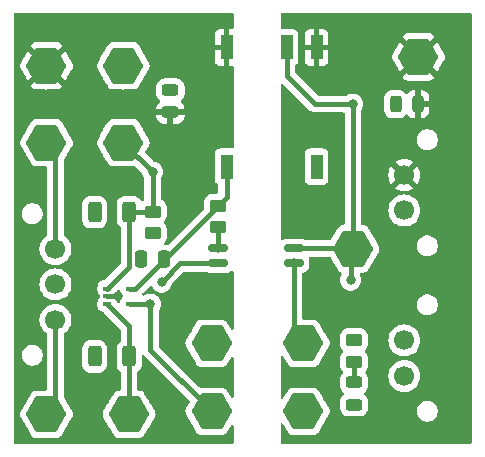
<source format=gtl>
%TF.GenerationSoftware,KiCad,Pcbnew,8.0.5*%
%TF.CreationDate,2024-11-25T00:57:53-06:00*%
%TF.ProjectId,ActivePrecharge,41637469-7665-4507-9265-636861726765,rev?*%
%TF.SameCoordinates,Original*%
%TF.FileFunction,Copper,L1,Top*%
%TF.FilePolarity,Positive*%
%FSLAX46Y46*%
G04 Gerber Fmt 4.6, Leading zero omitted, Abs format (unit mm)*
G04 Created by KiCad (PCBNEW 8.0.5) date 2024-11-25 00:57:53*
%MOMM*%
%LPD*%
G01*
G04 APERTURE LIST*
G04 Aperture macros list*
%AMRoundRect*
0 Rectangle with rounded corners*
0 $1 Rounding radius*
0 $2 $3 $4 $5 $6 $7 $8 $9 X,Y pos of 4 corners*
0 Add a 4 corners polygon primitive as box body*
4,1,4,$2,$3,$4,$5,$6,$7,$8,$9,$2,$3,0*
0 Add four circle primitives for the rounded corners*
1,1,$1+$1,$2,$3*
1,1,$1+$1,$4,$5*
1,1,$1+$1,$6,$7*
1,1,$1+$1,$8,$9*
0 Add four rect primitives between the rounded corners*
20,1,$1+$1,$2,$3,$4,$5,0*
20,1,$1+$1,$4,$5,$6,$7,0*
20,1,$1+$1,$6,$7,$8,$9,0*
20,1,$1+$1,$8,$9,$2,$3,0*%
%AMFreePoly0*
4,1,7,1.500000,0.866025,1.500000,-0.866025,0.000000,-1.732051,-1.500000,-0.866025,-1.500000,0.866025,0.000000,1.732051,1.500000,0.866025,1.500000,0.866025,$1*%
G04 Aperture macros list end*
%TA.AperFunction,SMDPad,CuDef*%
%ADD10RoundRect,0.250000X0.250000X0.475000X-0.250000X0.475000X-0.250000X-0.475000X0.250000X-0.475000X0*%
%TD*%
%TA.AperFunction,ConnectorPad*%
%ADD11FreePoly0,90.000000*%
%TD*%
%TA.AperFunction,SMDPad,CuDef*%
%ADD12RoundRect,0.243750X0.456250X-0.243750X0.456250X0.243750X-0.456250X0.243750X-0.456250X-0.243750X0*%
%TD*%
%TA.AperFunction,SMDPad,CuDef*%
%ADD13RoundRect,0.250000X-0.312500X-0.625000X0.312500X-0.625000X0.312500X0.625000X-0.312500X0.625000X0*%
%TD*%
%TA.AperFunction,SMDPad,CuDef*%
%ADD14RoundRect,0.250000X0.312500X0.625000X-0.312500X0.625000X-0.312500X-0.625000X0.312500X-0.625000X0*%
%TD*%
%TA.AperFunction,ComponentPad*%
%ADD15C,1.700000*%
%TD*%
%TA.AperFunction,SMDPad,CuDef*%
%ADD16RoundRect,0.250000X0.450000X-0.262500X0.450000X0.262500X-0.450000X0.262500X-0.450000X-0.262500X0*%
%TD*%
%TA.AperFunction,SMDPad,CuDef*%
%ADD17RoundRect,0.150000X-0.662500X-0.150000X0.662500X-0.150000X0.662500X0.150000X-0.662500X0.150000X0*%
%TD*%
%TA.AperFunction,SMDPad,CuDef*%
%ADD18RoundRect,0.243750X0.243750X0.456250X-0.243750X0.456250X-0.243750X-0.456250X0.243750X-0.456250X0*%
%TD*%
%TA.AperFunction,SMDPad,CuDef*%
%ADD19R,1.000000X2.100000*%
%TD*%
%TA.AperFunction,SMDPad,CuDef*%
%ADD20RoundRect,0.100000X-0.225000X-0.100000X0.225000X-0.100000X0.225000X0.100000X-0.225000X0.100000X0*%
%TD*%
%TA.AperFunction,ViaPad*%
%ADD21C,0.800000*%
%TD*%
%TA.AperFunction,Conductor*%
%ADD22C,0.400000*%
%TD*%
G04 APERTURE END LIST*
D10*
%TO.P,C5,2*%
%TO.N,/HVGND*%
X117550000Y-97900000D03*
%TO.P,C5,1*%
%TO.N,/ISO_PWR*%
X119450000Y-97900000D03*
%TD*%
D11*
%TO.P,SigLV_TP1,1,1*%
%TO.N,/SignalLV*%
X131250000Y-105000000D03*
%TD*%
%TO.P,SigHV_TP1,1,1*%
%TO.N,Net-(Q1-S)*%
X123500000Y-110750000D03*
%TD*%
%TO.P,Ref_TP1,1,1*%
%TO.N,/Vref*%
X116000000Y-88000000D03*
%TD*%
%TO.P,OptVf_TP1,1,1*%
%TO.N,Net-(OptVf_TP1-Pad1)*%
X123500000Y-105000000D03*
%TD*%
%TO.P,LVGND_TP1,1,1*%
%TO.N,LVGND*%
X141000000Y-80750000D03*
%TD*%
%TO.P,ISO_PWR_TP1,1,1*%
%TO.N,/ISO_PWR*%
X116000000Y-81500000D03*
%TD*%
%TO.P,IN_TP1,1,1*%
%TO.N,/Vin*%
X116500000Y-111000000D03*
%TD*%
%TO.P,HVR_TP1,1,1*%
%TO.N,HRef*%
X109500000Y-88000000D03*
%TD*%
%TO.P,HVI_TP1,1,1*%
%TO.N,/HIn*%
X109500000Y-111000000D03*
%TD*%
%TO.P,HVG_TP1,1,1*%
%TO.N,/HVGND*%
X109500000Y-81500000D03*
%TD*%
%TO.P,Con-_TP1,1,1*%
%TO.N,Net-(Con1-K)*%
X131250000Y-110750000D03*
%TD*%
%TO.P,12V_TP1,1,1*%
%TO.N,/LV+*%
X135450000Y-97000000D03*
%TD*%
D12*
%TO.P,HV1,1,K*%
%TO.N,/HVGND*%
X120000000Y-85437500D03*
%TO.P,HV1,2,A*%
%TO.N,Net-(HV1-A)*%
X120000000Y-83562500D03*
%TD*%
D13*
%TO.P,R1,1*%
%TO.N,/HVRef*%
X113575000Y-93887500D03*
%TO.P,R1,2*%
%TO.N,/Vref*%
X116500000Y-93887500D03*
%TD*%
D14*
%TO.P,R3,1*%
%TO.N,/Vin*%
X116500000Y-106112500D03*
%TO.P,R3,2*%
%TO.N,/HVIn*%
X113575000Y-106112500D03*
%TD*%
D15*
%TO.P,J3,1,Pin_1*%
%TO.N,/LV+*%
X139800000Y-104750000D03*
%TO.P,J3,2,Pin_2*%
%TO.N,Net-(Con1-K)*%
X139800000Y-107750000D03*
%TD*%
D16*
%TO.P,R8,1*%
%TO.N,Net-(OptVf_TP1-Pad1)*%
X124060000Y-95162500D03*
%TO.P,R8,2*%
%TO.N,/ISO_PWR*%
X124060000Y-93337500D03*
%TD*%
D17*
%TO.P,U4,1*%
%TO.N,Net-(OptVf_TP1-Pad1)*%
X124062500Y-96965000D03*
%TO.P,U4,2*%
%TO.N,/SignalHV*%
X124062500Y-98235000D03*
%TO.P,U4,3*%
%TO.N,/SignalLV*%
X130437500Y-98235000D03*
%TO.P,U4,4*%
%TO.N,/LV+*%
X130437500Y-96965000D03*
%TD*%
D16*
%TO.P,R5,1*%
%TO.N,Net-(Q1-S)*%
X118500000Y-95662500D03*
%TO.P,R5,2*%
%TO.N,/Vref*%
X118500000Y-93837500D03*
%TD*%
D18*
%TO.P,LV1,1,K*%
%TO.N,LVGND*%
X140937500Y-84750000D03*
%TO.P,LV1,2,A*%
%TO.N,Net-(LV1-A)*%
X139062500Y-84750000D03*
%TD*%
D12*
%TO.P,Con1,1,K*%
%TO.N,Net-(Con1-K)*%
X135550000Y-110187500D03*
%TO.P,Con1,2,A*%
%TO.N,Net-(Con1-A)*%
X135550000Y-108312500D03*
%TD*%
D19*
%TO.P,IC1,1,-VIN*%
%TO.N,LVGND*%
X132370000Y-79950000D03*
%TO.P,IC1,2,+VIN*%
%TO.N,/LV+*%
X129830000Y-79950000D03*
%TO.P,IC1,4,-VOUT*%
%TO.N,/HVGND*%
X124750000Y-79950000D03*
%TO.P,IC1,5,+VOUT*%
%TO.N,/ISO_PWR*%
X124750000Y-90050000D03*
%TO.P,IC1,8,NC*%
%TO.N,unconnected-(IC1-NC-Pad8)*%
X132370000Y-90050000D03*
%TD*%
D16*
%TO.P,R12,1*%
%TO.N,Net-(Con1-A)*%
X135550000Y-106562500D03*
%TO.P,R12,2*%
%TO.N,/LV+*%
X135550000Y-104737500D03*
%TD*%
D20*
%TO.P,U3,1,+*%
%TO.N,/Vref*%
X114637500Y-100362500D03*
%TO.P,U3,2,V-*%
%TO.N,/HVGND*%
X114637500Y-101012500D03*
%TO.P,U3,3,-*%
%TO.N,/Vin*%
X114637500Y-101662500D03*
%TO.P,U3,4*%
%TO.N,Net-(Q1-S)*%
X116537500Y-101662500D03*
%TO.P,U3,5,V+*%
%TO.N,/ISO_PWR*%
X116537500Y-100362500D03*
%TD*%
D15*
%TO.P,J1,1,Pin_1*%
%TO.N,/HIn*%
X110267500Y-103012500D03*
%TO.P,J1,2,Pin_2*%
%TO.N,HGND*%
X110267500Y-100012500D03*
%TO.P,J1,3,Pin_3*%
%TO.N,HRef*%
X110267500Y-97012500D03*
%TD*%
%TO.P,J2,1,Pin_1*%
%TO.N,LVGND*%
X139800000Y-90750000D03*
%TO.P,J2,2,Pin_2*%
%TO.N,+12V*%
X139800000Y-93750000D03*
%TD*%
D21*
%TO.N,/HVGND*%
X117500000Y-97900000D03*
%TO.N,LVGND*%
X130250000Y-95250000D03*
X130250000Y-94250000D03*
X130250000Y-93250000D03*
X130250000Y-92250000D03*
X130250000Y-91250000D03*
X130250000Y-90250000D03*
X130250000Y-88250000D03*
%TO.N,/LV+*%
X135250000Y-99635000D03*
%TO.N,LVGND*%
X144750000Y-102250000D03*
X144750000Y-82750000D03*
X144750000Y-88750000D03*
X142750000Y-77750000D03*
X144750000Y-78750000D03*
X144750000Y-111750000D03*
X144750000Y-80750000D03*
X130250000Y-87250000D03*
X144750000Y-85750000D03*
X139250000Y-77750000D03*
X144750000Y-106250000D03*
X144750000Y-110750000D03*
X141750000Y-112750000D03*
X144750000Y-96250000D03*
X144750000Y-86750000D03*
X144750000Y-100250000D03*
X139750000Y-112750000D03*
X144750000Y-108750000D03*
X131250000Y-77750000D03*
X144750000Y-97250000D03*
X134250000Y-77750000D03*
X135750000Y-112750000D03*
X144750000Y-101250000D03*
X144750000Y-98250000D03*
X134750000Y-112750000D03*
X143750000Y-112750000D03*
X144750000Y-103250000D03*
X130250000Y-86250000D03*
X137750000Y-112750000D03*
X144750000Y-99250000D03*
X144750000Y-77750000D03*
X133750000Y-112750000D03*
X135250000Y-77750000D03*
X137250000Y-77750000D03*
X140750000Y-112750000D03*
X144750000Y-92000000D03*
X133250000Y-77750000D03*
X144750000Y-112750000D03*
X130250000Y-77750000D03*
X143750000Y-77750000D03*
X130250000Y-85250000D03*
X144750000Y-109750000D03*
X138750000Y-112750000D03*
X144750000Y-83750000D03*
X144750000Y-84750000D03*
X144750000Y-95250000D03*
X144750000Y-79750000D03*
X136750000Y-112750000D03*
X144750000Y-87750000D03*
X144750000Y-81750000D03*
X138250000Y-77750000D03*
X132250000Y-77750000D03*
X136250000Y-77750000D03*
X142750000Y-112750000D03*
%TO.N,/LV+*%
X135550000Y-104737500D03*
X135425000Y-84750000D03*
%TO.N,/SignalHV*%
X119250000Y-99812500D03*
%TO.N,/HVGND*%
X107500000Y-108250000D03*
X107500000Y-109250000D03*
X107500000Y-89750000D03*
X107500000Y-77750000D03*
X107500000Y-84250000D03*
X122500000Y-77750000D03*
X107500000Y-79750000D03*
X107500000Y-85250000D03*
X112500000Y-77750000D03*
X124500000Y-77750000D03*
X121500000Y-77750000D03*
X120500000Y-112750000D03*
X108500000Y-77750000D03*
X120500000Y-77750000D03*
X113500000Y-112750000D03*
X107500000Y-90750000D03*
X115600000Y-101012501D03*
X109500000Y-77750000D03*
X107500000Y-112750000D03*
X107500000Y-101500000D03*
X118500000Y-112750000D03*
X112500000Y-112750000D03*
X117500000Y-77750000D03*
X120470000Y-104050000D03*
X115500000Y-77750000D03*
X111500000Y-77750000D03*
X107500000Y-98250000D03*
X107500000Y-83250000D03*
X110500000Y-77750000D03*
X116500000Y-77750000D03*
X113500000Y-77750000D03*
X119500000Y-77750000D03*
X114500000Y-112750000D03*
X123500000Y-77750000D03*
X107500000Y-91750000D03*
X119500000Y-112750000D03*
X107500000Y-78750000D03*
X118500000Y-77750000D03*
X107500000Y-86250000D03*
X121500000Y-112750000D03*
X114500000Y-77750000D03*
X111500000Y-112750000D03*
%TO.N,/Vin*%
X116487500Y-106150000D03*
%TO.N,/Vref*%
X118500000Y-90500000D03*
%TO.N,/HVIn*%
X113575000Y-106112500D03*
%TO.N,/SignalLV*%
X130437500Y-98235000D03*
%TO.N,Net-(LV1-A)*%
X139062500Y-84750000D03*
%TO.N,Net-(Con1-K)*%
X131250000Y-110750000D03*
X135550000Y-110187500D03*
%TO.N,Net-(OptVf_TP1-Pad1)*%
X124062500Y-96965000D03*
X123500000Y-105000000D03*
%TO.N,Net-(HV1-A)*%
X120000000Y-83562500D03*
%TO.N,/ISO_PWR*%
X124750000Y-90050000D03*
X116000000Y-81500000D03*
%TO.N,Net-(Q1-S)*%
X118300000Y-101687500D03*
X118500000Y-95662500D03*
%TO.N,/HVRef*%
X113575000Y-93887500D03*
%TD*%
D22*
%TO.N,/Vref*%
X116500000Y-98500000D02*
X114637500Y-100362500D01*
X116500000Y-93887500D02*
X116500000Y-98500000D01*
%TO.N,/HVGND*%
X117550000Y-97900000D02*
X117500000Y-97900000D01*
X115237500Y-101012500D02*
X114637500Y-101012500D01*
X115237501Y-101012501D02*
X115237500Y-101012500D01*
X115600000Y-101012501D02*
X115237501Y-101012501D01*
%TO.N,Net-(Q1-S)*%
X118275000Y-101662500D02*
X118300000Y-101687500D01*
X116537500Y-101662500D02*
X118275000Y-101662500D01*
%TO.N,/ISO_PWR*%
X117035000Y-100362500D02*
X124060000Y-93337500D01*
X116537500Y-100362500D02*
X117035000Y-100362500D01*
%TO.N,/LV+*%
X135250000Y-97200000D02*
X135450000Y-97000000D01*
X135250000Y-99635000D02*
X135250000Y-97200000D01*
X135450000Y-84775000D02*
X135425000Y-84750000D01*
X135450000Y-97000000D02*
X135450000Y-84775000D01*
X135415000Y-96965000D02*
X135450000Y-97000000D01*
X130437500Y-96965000D02*
X135415000Y-96965000D01*
X129830000Y-82330000D02*
X132250000Y-84750000D01*
X132250000Y-84750000D02*
X135425000Y-84750000D01*
X129830000Y-79950000D02*
X129830000Y-82330000D01*
%TO.N,/SignalHV*%
X124062500Y-98235000D02*
X120827500Y-98235000D01*
X120827500Y-98235000D02*
X119250000Y-99812500D01*
%TO.N,/Vin*%
X116487500Y-106150000D02*
X116487500Y-110987500D01*
X116487500Y-110987500D02*
X116500000Y-111000000D01*
%TO.N,/Vref*%
X116500000Y-93887500D02*
X118450000Y-93887500D01*
X118450000Y-93887500D02*
X118500000Y-93837500D01*
X118500000Y-90500000D02*
X116000000Y-88000000D01*
X118500000Y-90500000D02*
X118500000Y-93837500D01*
%TO.N,/SignalLV*%
X130437500Y-98235000D02*
X130437500Y-104187500D01*
X130437500Y-104187500D02*
X131250000Y-105000000D01*
%TO.N,Net-(OptVf_TP1-Pad1)*%
X124060000Y-96962500D02*
X124062500Y-96965000D01*
X124060000Y-95162500D02*
X124060000Y-96962500D01*
%TO.N,Net-(Con1-A)*%
X135550000Y-106562500D02*
X135550000Y-108312500D01*
%TO.N,HRef*%
X110267500Y-88767500D02*
X109500000Y-88000000D01*
X110267500Y-97012500D02*
X110267500Y-88767500D01*
%TO.N,/ISO_PWR*%
X124073750Y-93323750D02*
X124060000Y-93337500D01*
X124750000Y-90050000D02*
X124750000Y-92647500D01*
X124750000Y-92647500D02*
X124073750Y-93323750D01*
%TO.N,Net-(Q1-S)*%
X123500000Y-110750000D02*
X118300000Y-105550000D01*
X118300000Y-105550000D02*
X118300000Y-101687500D01*
%TO.N,/HIn*%
X110267500Y-103012500D02*
X110267500Y-110232500D01*
X110267500Y-110232500D02*
X109500000Y-111000000D01*
%TO.N,/Vin*%
X116500000Y-106112500D02*
X116500000Y-103525000D01*
X116500000Y-103525000D02*
X114637500Y-101662500D01*
%TD*%
%TA.AperFunction,Conductor*%
%TO.N,LVGND*%
G36*
X145442539Y-77019685D02*
G01*
X145488294Y-77072489D01*
X145499500Y-77124000D01*
X145499500Y-113376000D01*
X145479815Y-113443039D01*
X145427011Y-113488794D01*
X145375500Y-113500000D01*
X129449500Y-113500000D01*
X129382461Y-113480315D01*
X129336706Y-113427511D01*
X129325500Y-113376000D01*
X129325500Y-111893794D01*
X129345185Y-111826755D01*
X129397989Y-111781000D01*
X129467147Y-111771056D01*
X129530703Y-111800081D01*
X129553307Y-111825971D01*
X129569948Y-111851441D01*
X129573526Y-111857260D01*
X129946199Y-112502750D01*
X130001944Y-112581032D01*
X130110681Y-112675254D01*
X130151149Y-112693735D01*
X130241555Y-112735023D01*
X130241558Y-112735023D01*
X130241559Y-112735024D01*
X130383975Y-112755500D01*
X131161932Y-112755500D01*
X131172170Y-112755923D01*
X131208256Y-112758914D01*
X131208260Y-112758914D01*
X131291740Y-112758914D01*
X131291744Y-112758914D01*
X131327829Y-112755923D01*
X131338068Y-112755500D01*
X132116018Y-112755500D01*
X132116025Y-112755500D01*
X132211692Y-112746365D01*
X132347659Y-112699306D01*
X132464860Y-112615847D01*
X132553801Y-112502750D01*
X132926491Y-111857227D01*
X132930035Y-111851463D01*
X132954630Y-111813822D01*
X132999845Y-111730267D01*
X133001457Y-111727383D01*
X133419827Y-111002750D01*
X133459749Y-110915332D01*
X133486978Y-110774052D01*
X133473302Y-110630823D01*
X133419827Y-110497250D01*
X133174499Y-110072331D01*
X133001503Y-109772694D01*
X132999835Y-109769711D01*
X132954626Y-109686171D01*
X132930051Y-109648559D01*
X132926470Y-109642734D01*
X132917430Y-109627077D01*
X132553801Y-108997250D01*
X132498056Y-108918968D01*
X132389319Y-108824746D01*
X132389315Y-108824744D01*
X132258444Y-108764976D01*
X132258439Y-108764975D01*
X132116025Y-108744500D01*
X131338068Y-108744500D01*
X131327829Y-108744076D01*
X131323596Y-108743725D01*
X131291752Y-108741086D01*
X131291744Y-108741086D01*
X131208256Y-108741086D01*
X131208247Y-108741086D01*
X131175982Y-108743760D01*
X131172170Y-108744076D01*
X131161932Y-108744500D01*
X130383975Y-108744500D01*
X130288308Y-108753635D01*
X130288305Y-108753635D01*
X130288305Y-108753636D01*
X130152340Y-108800694D01*
X130152339Y-108800694D01*
X130035140Y-108884153D01*
X130035138Y-108884155D01*
X129946200Y-108997247D01*
X129946199Y-108997249D01*
X129573525Y-109642739D01*
X129569947Y-109648559D01*
X129553309Y-109674026D01*
X129500164Y-109719384D01*
X129430932Y-109728808D01*
X129367596Y-109699307D01*
X129330264Y-109640247D01*
X129325500Y-109606206D01*
X129325500Y-106143794D01*
X129345185Y-106076755D01*
X129397989Y-106031000D01*
X129467147Y-106021056D01*
X129530703Y-106050081D01*
X129553307Y-106075971D01*
X129569948Y-106101441D01*
X129573528Y-106107264D01*
X129786473Y-106476097D01*
X129946199Y-106752750D01*
X130001944Y-106831032D01*
X130110681Y-106925254D01*
X130151149Y-106943735D01*
X130241555Y-106985023D01*
X130241558Y-106985023D01*
X130241559Y-106985024D01*
X130383975Y-107005500D01*
X131161932Y-107005500D01*
X131172170Y-107005923D01*
X131208256Y-107008914D01*
X131208260Y-107008914D01*
X131291740Y-107008914D01*
X131291744Y-107008914D01*
X131327829Y-107005923D01*
X131338068Y-107005500D01*
X132116018Y-107005500D01*
X132116025Y-107005500D01*
X132211692Y-106996365D01*
X132347659Y-106949306D01*
X132464860Y-106865847D01*
X132553801Y-106752750D01*
X132926491Y-106107227D01*
X132930035Y-106101463D01*
X132954630Y-106063822D01*
X132999845Y-105980267D01*
X133001457Y-105977383D01*
X133419827Y-105252750D01*
X133459749Y-105165332D01*
X133486978Y-105024052D01*
X133473302Y-104880823D01*
X133419827Y-104747250D01*
X133233766Y-104424983D01*
X134349500Y-104424983D01*
X134349500Y-105050001D01*
X134349501Y-105050019D01*
X134360000Y-105152796D01*
X134360001Y-105152799D01*
X134380167Y-105213655D01*
X134415186Y-105319334D01*
X134482106Y-105427830D01*
X134507289Y-105468657D01*
X134600951Y-105562319D01*
X134634436Y-105623642D01*
X134629452Y-105693334D01*
X134600951Y-105737681D01*
X134507289Y-105831342D01*
X134415187Y-105980663D01*
X134415185Y-105980668D01*
X134400858Y-106023905D01*
X134360001Y-106147203D01*
X134360001Y-106147204D01*
X134360000Y-106147204D01*
X134349500Y-106249983D01*
X134349500Y-106875001D01*
X134349501Y-106875019D01*
X134360000Y-106977796D01*
X134360001Y-106977799D01*
X134415185Y-107144331D01*
X134415186Y-107144334D01*
X134502772Y-107286335D01*
X134507289Y-107293657D01*
X134574120Y-107360488D01*
X134607605Y-107421811D01*
X134602621Y-107491503D01*
X134574121Y-107535850D01*
X134505971Y-107604000D01*
X134414642Y-107752066D01*
X134414637Y-107752077D01*
X134359913Y-107917223D01*
X134349500Y-108019144D01*
X134349500Y-108605855D01*
X134359913Y-108707776D01*
X134414637Y-108872922D01*
X134414642Y-108872933D01*
X134505971Y-109020999D01*
X134505974Y-109021003D01*
X134628996Y-109144025D01*
X134629000Y-109144028D01*
X134629703Y-109144462D01*
X134630083Y-109144885D01*
X134634664Y-109148507D01*
X134634045Y-109149289D01*
X134676428Y-109196410D01*
X134687649Y-109265372D01*
X134659806Y-109329454D01*
X134634544Y-109351342D01*
X134634664Y-109351493D01*
X134631315Y-109354140D01*
X134629703Y-109355538D01*
X134629000Y-109355971D01*
X134628996Y-109355974D01*
X134505974Y-109478996D01*
X134505971Y-109479000D01*
X134414642Y-109627066D01*
X134414637Y-109627077D01*
X134359913Y-109792223D01*
X134349500Y-109894144D01*
X134349500Y-110480855D01*
X134359913Y-110582776D01*
X134414637Y-110747922D01*
X134414642Y-110747933D01*
X134505971Y-110895999D01*
X134505974Y-110896003D01*
X134628996Y-111019025D01*
X134629000Y-111019028D01*
X134777066Y-111110357D01*
X134777069Y-111110358D01*
X134777075Y-111110362D01*
X134942225Y-111165087D01*
X135044152Y-111175500D01*
X135044157Y-111175500D01*
X136055843Y-111175500D01*
X136055848Y-111175500D01*
X136157775Y-111165087D01*
X136322925Y-111110362D01*
X136471003Y-111019026D01*
X136594026Y-110896003D01*
X136685362Y-110747925D01*
X136713576Y-110662781D01*
X140874500Y-110662781D01*
X140874500Y-110837218D01*
X140908527Y-111008283D01*
X140908529Y-111008291D01*
X140975278Y-111169439D01*
X140975283Y-111169448D01*
X141072186Y-111314473D01*
X141072189Y-111314477D01*
X141195522Y-111437810D01*
X141195526Y-111437813D01*
X141340551Y-111534716D01*
X141340557Y-111534719D01*
X141340558Y-111534720D01*
X141501709Y-111601471D01*
X141672781Y-111635499D01*
X141672785Y-111635500D01*
X141672786Y-111635500D01*
X141847215Y-111635500D01*
X141847216Y-111635499D01*
X142018291Y-111601471D01*
X142179442Y-111534720D01*
X142324474Y-111437813D01*
X142447813Y-111314474D01*
X142544720Y-111169442D01*
X142611471Y-111008291D01*
X142645500Y-110837214D01*
X142645500Y-110662786D01*
X142611471Y-110491709D01*
X142544720Y-110330558D01*
X142544719Y-110330557D01*
X142544716Y-110330551D01*
X142447813Y-110185526D01*
X142447810Y-110185522D01*
X142324477Y-110062189D01*
X142324473Y-110062186D01*
X142179448Y-109965283D01*
X142179439Y-109965278D01*
X142018291Y-109898529D01*
X142018283Y-109898527D01*
X141847218Y-109864500D01*
X141847214Y-109864500D01*
X141672786Y-109864500D01*
X141672781Y-109864500D01*
X141501716Y-109898527D01*
X141501708Y-109898529D01*
X141340560Y-109965278D01*
X141340551Y-109965283D01*
X141195526Y-110062186D01*
X141195522Y-110062189D01*
X141072189Y-110185522D01*
X141072186Y-110185526D01*
X140975283Y-110330551D01*
X140975278Y-110330560D01*
X140908529Y-110491708D01*
X140908527Y-110491716D01*
X140874500Y-110662781D01*
X136713576Y-110662781D01*
X136740087Y-110582775D01*
X136750500Y-110480848D01*
X136750500Y-109894152D01*
X136740087Y-109792225D01*
X136685362Y-109627075D01*
X136685358Y-109627069D01*
X136685357Y-109627066D01*
X136594028Y-109479000D01*
X136594025Y-109478996D01*
X136471004Y-109355975D01*
X136471003Y-109355974D01*
X136470301Y-109355541D01*
X136469921Y-109355118D01*
X136465336Y-109351493D01*
X136465955Y-109350709D01*
X136423575Y-109303598D01*
X136412349Y-109234636D01*
X136440188Y-109170552D01*
X136465455Y-109148657D01*
X136465336Y-109148507D01*
X136468687Y-109145856D01*
X136470299Y-109144459D01*
X136471003Y-109144026D01*
X136594026Y-109021003D01*
X136685362Y-108872925D01*
X136740087Y-108707775D01*
X136750500Y-108605848D01*
X136750500Y-108019152D01*
X136740087Y-107917225D01*
X136685362Y-107752075D01*
X136685358Y-107752069D01*
X136685357Y-107752066D01*
X136684082Y-107749999D01*
X138444341Y-107749999D01*
X138444341Y-107750000D01*
X138464936Y-107985403D01*
X138464938Y-107985413D01*
X138526094Y-108213655D01*
X138526096Y-108213659D01*
X138526097Y-108213663D01*
X138625965Y-108427830D01*
X138625967Y-108427834D01*
X138734281Y-108582521D01*
X138761505Y-108621401D01*
X138928599Y-108788495D01*
X139025384Y-108856265D01*
X139122165Y-108924032D01*
X139122167Y-108924033D01*
X139122170Y-108924035D01*
X139336337Y-109023903D01*
X139564592Y-109085063D01*
X139752918Y-109101539D01*
X139799999Y-109105659D01*
X139800000Y-109105659D01*
X139800001Y-109105659D01*
X139839234Y-109102226D01*
X140035408Y-109085063D01*
X140263663Y-109023903D01*
X140477830Y-108924035D01*
X140671401Y-108788495D01*
X140838495Y-108621401D01*
X140974035Y-108427830D01*
X141073903Y-108213663D01*
X141135063Y-107985408D01*
X141155659Y-107750000D01*
X141135063Y-107514592D01*
X141073903Y-107286337D01*
X140974035Y-107072171D01*
X140929743Y-107008914D01*
X140838494Y-106878597D01*
X140671402Y-106711506D01*
X140671395Y-106711501D01*
X140477834Y-106575967D01*
X140477830Y-106575965D01*
X140477828Y-106575964D01*
X140263663Y-106476097D01*
X140263659Y-106476096D01*
X140263655Y-106476094D01*
X140035413Y-106414938D01*
X140035403Y-106414936D01*
X139800001Y-106394341D01*
X139799999Y-106394341D01*
X139564596Y-106414936D01*
X139564586Y-106414938D01*
X139336344Y-106476094D01*
X139336335Y-106476098D01*
X139122171Y-106575964D01*
X139122169Y-106575965D01*
X138928597Y-106711505D01*
X138761505Y-106878597D01*
X138625965Y-107072169D01*
X138625964Y-107072171D01*
X138526098Y-107286335D01*
X138526094Y-107286344D01*
X138464938Y-107514586D01*
X138464936Y-107514596D01*
X138444341Y-107749999D01*
X136684082Y-107749999D01*
X136594028Y-107604000D01*
X136594027Y-107603999D01*
X136594026Y-107603997D01*
X136525879Y-107535850D01*
X136492395Y-107474526D01*
X136497380Y-107404835D01*
X136525880Y-107360488D01*
X136592712Y-107293656D01*
X136684814Y-107144334D01*
X136739999Y-106977797D01*
X136750500Y-106875009D01*
X136750499Y-106249992D01*
X136739999Y-106147203D01*
X136684814Y-105980666D01*
X136592712Y-105831344D01*
X136499049Y-105737681D01*
X136465564Y-105676358D01*
X136470548Y-105606666D01*
X136499049Y-105562319D01*
X136592712Y-105468656D01*
X136684814Y-105319334D01*
X136739999Y-105152797D01*
X136750500Y-105050009D01*
X136750500Y-104749999D01*
X138444341Y-104749999D01*
X138444341Y-104750000D01*
X138464936Y-104985403D01*
X138464938Y-104985413D01*
X138526094Y-105213655D01*
X138526096Y-105213659D01*
X138526097Y-105213663D01*
X138625965Y-105427830D01*
X138625967Y-105427834D01*
X138654552Y-105468657D01*
X138761505Y-105621401D01*
X138928599Y-105788495D01*
X138989791Y-105831342D01*
X139122165Y-105924032D01*
X139122167Y-105924033D01*
X139122170Y-105924035D01*
X139336337Y-106023903D01*
X139336343Y-106023904D01*
X139336344Y-106023905D01*
X139391285Y-106038626D01*
X139564592Y-106085063D01*
X139751686Y-106101432D01*
X139799999Y-106105659D01*
X139800000Y-106105659D01*
X139800001Y-106105659D01*
X139848314Y-106101432D01*
X140035408Y-106085063D01*
X140263663Y-106023903D01*
X140477830Y-105924035D01*
X140671401Y-105788495D01*
X140838495Y-105621401D01*
X140974035Y-105427830D01*
X141073903Y-105213663D01*
X141135063Y-104985408D01*
X141155659Y-104750000D01*
X141135063Y-104514592D01*
X141073903Y-104286337D01*
X140974035Y-104072171D01*
X140938344Y-104021198D01*
X140838494Y-103878597D01*
X140671402Y-103711506D01*
X140671395Y-103711501D01*
X140477834Y-103575967D01*
X140477830Y-103575965D01*
X140477828Y-103575964D01*
X140263663Y-103476097D01*
X140263659Y-103476096D01*
X140263655Y-103476094D01*
X140035413Y-103414938D01*
X140035403Y-103414936D01*
X139800001Y-103394341D01*
X139799999Y-103394341D01*
X139564596Y-103414936D01*
X139564586Y-103414938D01*
X139336344Y-103476094D01*
X139336335Y-103476098D01*
X139122171Y-103575964D01*
X139122169Y-103575965D01*
X138928597Y-103711505D01*
X138761505Y-103878597D01*
X138625965Y-104072169D01*
X138625964Y-104072171D01*
X138526098Y-104286335D01*
X138526094Y-104286344D01*
X138464938Y-104514586D01*
X138464936Y-104514596D01*
X138444341Y-104749999D01*
X136750500Y-104749999D01*
X136750499Y-104424992D01*
X136739999Y-104322203D01*
X136684814Y-104155666D01*
X136592712Y-104006344D01*
X136468656Y-103882288D01*
X136319334Y-103790186D01*
X136152797Y-103735001D01*
X136152795Y-103735000D01*
X136050010Y-103724500D01*
X135049998Y-103724500D01*
X135049980Y-103724501D01*
X134947203Y-103735000D01*
X134947200Y-103735001D01*
X134780668Y-103790185D01*
X134780663Y-103790187D01*
X134631342Y-103882289D01*
X134507289Y-104006342D01*
X134415187Y-104155663D01*
X134415186Y-104155666D01*
X134360001Y-104322203D01*
X134360001Y-104322204D01*
X134360000Y-104322204D01*
X134349500Y-104424983D01*
X133233766Y-104424983D01*
X133078276Y-104155668D01*
X133001503Y-104022694D01*
X132999835Y-104019711D01*
X132954626Y-103936171D01*
X132930051Y-103898559D01*
X132926470Y-103892734D01*
X132867263Y-103790185D01*
X132553801Y-103247250D01*
X132498056Y-103168968D01*
X132389319Y-103074746D01*
X132389315Y-103074744D01*
X132258444Y-103014976D01*
X132258439Y-103014975D01*
X132116025Y-102994500D01*
X131338068Y-102994500D01*
X131327829Y-102994076D01*
X131323596Y-102993725D01*
X131291752Y-102991086D01*
X131291744Y-102991086D01*
X131262000Y-102991086D01*
X131194961Y-102971401D01*
X131149206Y-102918597D01*
X131138000Y-102867086D01*
X131138000Y-101662781D01*
X140874500Y-101662781D01*
X140874500Y-101837218D01*
X140908527Y-102008283D01*
X140908529Y-102008291D01*
X140975278Y-102169439D01*
X140975283Y-102169448D01*
X141072186Y-102314473D01*
X141072189Y-102314477D01*
X141195522Y-102437810D01*
X141195526Y-102437813D01*
X141340551Y-102534716D01*
X141340557Y-102534719D01*
X141340558Y-102534720D01*
X141501709Y-102601471D01*
X141672781Y-102635499D01*
X141672785Y-102635500D01*
X141672786Y-102635500D01*
X141847215Y-102635500D01*
X141847216Y-102635499D01*
X142018291Y-102601471D01*
X142179442Y-102534720D01*
X142324474Y-102437813D01*
X142447813Y-102314474D01*
X142544720Y-102169442D01*
X142611471Y-102008291D01*
X142645500Y-101837214D01*
X142645500Y-101662786D01*
X142611471Y-101491709D01*
X142544720Y-101330558D01*
X142544719Y-101330557D01*
X142544716Y-101330551D01*
X142447813Y-101185526D01*
X142447810Y-101185522D01*
X142324477Y-101062189D01*
X142324473Y-101062186D01*
X142179448Y-100965283D01*
X142179439Y-100965278D01*
X142018291Y-100898529D01*
X142018283Y-100898527D01*
X141847218Y-100864500D01*
X141847214Y-100864500D01*
X141672786Y-100864500D01*
X141672781Y-100864500D01*
X141501716Y-100898527D01*
X141501708Y-100898529D01*
X141340560Y-100965278D01*
X141340551Y-100965283D01*
X141195526Y-101062186D01*
X141195522Y-101062189D01*
X141072189Y-101185522D01*
X141072186Y-101185526D01*
X140975283Y-101330551D01*
X140975278Y-101330560D01*
X140908529Y-101491708D01*
X140908527Y-101491716D01*
X140874500Y-101662781D01*
X131138000Y-101662781D01*
X131138000Y-99144458D01*
X131157685Y-99077419D01*
X131210489Y-99031664D01*
X131227392Y-99025386D01*
X131360398Y-98986744D01*
X131501865Y-98903081D01*
X131618081Y-98786865D01*
X131701744Y-98645398D01*
X131747598Y-98487569D01*
X131750500Y-98450694D01*
X131750500Y-98019306D01*
X131747598Y-97982431D01*
X131746983Y-97980315D01*
X131701597Y-97824095D01*
X131701796Y-97754226D01*
X131739738Y-97695556D01*
X131803376Y-97666712D01*
X131820673Y-97665500D01*
X133446884Y-97665500D01*
X133513923Y-97685185D01*
X133554271Y-97727500D01*
X133698511Y-97977331D01*
X133700158Y-97980277D01*
X133745370Y-98063822D01*
X133745372Y-98063825D01*
X133769948Y-98101440D01*
X133773528Y-98107264D01*
X134084216Y-98645393D01*
X134146199Y-98752750D01*
X134201944Y-98831032D01*
X134310681Y-98925254D01*
X134310685Y-98925256D01*
X134310687Y-98925257D01*
X134431352Y-98980363D01*
X134484156Y-99026117D01*
X134503841Y-99093157D01*
X134487229Y-99155156D01*
X134422820Y-99266717D01*
X134422818Y-99266722D01*
X134364327Y-99446740D01*
X134364326Y-99446744D01*
X134344540Y-99635000D01*
X134364326Y-99823256D01*
X134364327Y-99823259D01*
X134422818Y-100003277D01*
X134422821Y-100003284D01*
X134517467Y-100167216D01*
X134644129Y-100307888D01*
X134797265Y-100419148D01*
X134797270Y-100419151D01*
X134970192Y-100496142D01*
X134970197Y-100496144D01*
X135155354Y-100535500D01*
X135155355Y-100535500D01*
X135344644Y-100535500D01*
X135344646Y-100535500D01*
X135529803Y-100496144D01*
X135702730Y-100419151D01*
X135855871Y-100307888D01*
X135982533Y-100167216D01*
X136077179Y-100003284D01*
X136135674Y-99823256D01*
X136155460Y-99635000D01*
X136135674Y-99446744D01*
X136077179Y-99266716D01*
X136033752Y-99191499D01*
X136017280Y-99123599D01*
X136040133Y-99057573D01*
X136095054Y-99014382D01*
X136141140Y-99005500D01*
X136316018Y-99005500D01*
X136316025Y-99005500D01*
X136411692Y-98996365D01*
X136547659Y-98949306D01*
X136664860Y-98865847D01*
X136753801Y-98752750D01*
X137126491Y-98107227D01*
X137130035Y-98101463D01*
X137154630Y-98063822D01*
X137199845Y-97980267D01*
X137201457Y-97977383D01*
X137619827Y-97252750D01*
X137659749Y-97165332D01*
X137686978Y-97024052D01*
X137673302Y-96880823D01*
X137619827Y-96747250D01*
X137571059Y-96662781D01*
X140874500Y-96662781D01*
X140874500Y-96837218D01*
X140908527Y-97008283D01*
X140908529Y-97008291D01*
X140975278Y-97169439D01*
X140975283Y-97169448D01*
X141072186Y-97314473D01*
X141072189Y-97314477D01*
X141195522Y-97437810D01*
X141195526Y-97437813D01*
X141340551Y-97534716D01*
X141340557Y-97534719D01*
X141340558Y-97534720D01*
X141501709Y-97601471D01*
X141672781Y-97635499D01*
X141672785Y-97635500D01*
X141672786Y-97635500D01*
X141847215Y-97635500D01*
X141847216Y-97635499D01*
X142018291Y-97601471D01*
X142179442Y-97534720D01*
X142324474Y-97437813D01*
X142447813Y-97314474D01*
X142544720Y-97169442D01*
X142611471Y-97008291D01*
X142645500Y-96837214D01*
X142645500Y-96662786D01*
X142611471Y-96491709D01*
X142544720Y-96330558D01*
X142544719Y-96330557D01*
X142544716Y-96330551D01*
X142447813Y-96185526D01*
X142447810Y-96185522D01*
X142324477Y-96062189D01*
X142324473Y-96062186D01*
X142179448Y-95965283D01*
X142179439Y-95965278D01*
X142018291Y-95898529D01*
X142018283Y-95898527D01*
X141847218Y-95864500D01*
X141847214Y-95864500D01*
X141672786Y-95864500D01*
X141672781Y-95864500D01*
X141501716Y-95898527D01*
X141501708Y-95898529D01*
X141340560Y-95965278D01*
X141340551Y-95965283D01*
X141195526Y-96062186D01*
X141195522Y-96062189D01*
X141072189Y-96185522D01*
X141072186Y-96185526D01*
X140975283Y-96330551D01*
X140975278Y-96330560D01*
X140908529Y-96491708D01*
X140908527Y-96491716D01*
X140874500Y-96662781D01*
X137571059Y-96662781D01*
X137201503Y-96022694D01*
X137199835Y-96019711D01*
X137154626Y-95936171D01*
X137130051Y-95898559D01*
X137126470Y-95892734D01*
X136753802Y-95247252D01*
X136753800Y-95247249D01*
X136698056Y-95168968D01*
X136624994Y-95105659D01*
X136589324Y-95074750D01*
X136589322Y-95074748D01*
X136589319Y-95074746D01*
X136589315Y-95074744D01*
X136458444Y-95014976D01*
X136458439Y-95014975D01*
X136316025Y-94994500D01*
X136274500Y-94994500D01*
X136207461Y-94974815D01*
X136161706Y-94922011D01*
X136150500Y-94870500D01*
X136150500Y-93749999D01*
X138444341Y-93749999D01*
X138444341Y-93750000D01*
X138464936Y-93985403D01*
X138464938Y-93985413D01*
X138526094Y-94213655D01*
X138526096Y-94213659D01*
X138526097Y-94213663D01*
X138625965Y-94427830D01*
X138625967Y-94427834D01*
X138734281Y-94582521D01*
X138761505Y-94621401D01*
X138928599Y-94788495D01*
X139025384Y-94856265D01*
X139122165Y-94924032D01*
X139122167Y-94924033D01*
X139122170Y-94924035D01*
X139336337Y-95023903D01*
X139564592Y-95085063D01*
X139752918Y-95101539D01*
X139799999Y-95105659D01*
X139800000Y-95105659D01*
X139800001Y-95105659D01*
X139839234Y-95102226D01*
X140035408Y-95085063D01*
X140263663Y-95023903D01*
X140477830Y-94924035D01*
X140671401Y-94788495D01*
X140838495Y-94621401D01*
X140974035Y-94427830D01*
X141073903Y-94213663D01*
X141135063Y-93985408D01*
X141155659Y-93750000D01*
X141135063Y-93514592D01*
X141073903Y-93286337D01*
X140974035Y-93072171D01*
X140838495Y-92878599D01*
X140838494Y-92878597D01*
X140671402Y-92711506D01*
X140671395Y-92711501D01*
X140477834Y-92575967D01*
X140477830Y-92575965D01*
X140477828Y-92575964D01*
X140263663Y-92476097D01*
X140263659Y-92476096D01*
X140263655Y-92476094D01*
X140035413Y-92414938D01*
X140035403Y-92414936D01*
X139800001Y-92394341D01*
X139799999Y-92394341D01*
X139564596Y-92414936D01*
X139564586Y-92414938D01*
X139336344Y-92476094D01*
X139336335Y-92476098D01*
X139122171Y-92575964D01*
X139122169Y-92575965D01*
X138928597Y-92711505D01*
X138761505Y-92878597D01*
X138625965Y-93072169D01*
X138625964Y-93072171D01*
X138526098Y-93286335D01*
X138526094Y-93286344D01*
X138464938Y-93514586D01*
X138464936Y-93514596D01*
X138444341Y-93749999D01*
X136150500Y-93749999D01*
X136150500Y-90749998D01*
X138444843Y-90749998D01*
X138444843Y-90750001D01*
X138465430Y-90985315D01*
X138465432Y-90985326D01*
X138526566Y-91213483D01*
X138526570Y-91213492D01*
X138626400Y-91427579D01*
X138626402Y-91427583D01*
X138685072Y-91511373D01*
X138685073Y-91511373D01*
X139308871Y-90887574D01*
X139324755Y-90946853D01*
X139391898Y-91063147D01*
X139486853Y-91158102D01*
X139603147Y-91225245D01*
X139662424Y-91241128D01*
X139038625Y-91864925D01*
X139122421Y-91923599D01*
X139336507Y-92023429D01*
X139336516Y-92023433D01*
X139564673Y-92084567D01*
X139564684Y-92084569D01*
X139799998Y-92105157D01*
X139800002Y-92105157D01*
X140035315Y-92084569D01*
X140035326Y-92084567D01*
X140263483Y-92023433D01*
X140263492Y-92023429D01*
X140477578Y-91923600D01*
X140477582Y-91923598D01*
X140561373Y-91864926D01*
X140561373Y-91864925D01*
X139937575Y-91241128D01*
X139996853Y-91225245D01*
X140113147Y-91158102D01*
X140208102Y-91063147D01*
X140275245Y-90946853D01*
X140291128Y-90887575D01*
X140914925Y-91511373D01*
X140914926Y-91511373D01*
X140973598Y-91427582D01*
X140973600Y-91427578D01*
X141073429Y-91213492D01*
X141073433Y-91213483D01*
X141134567Y-90985326D01*
X141134569Y-90985315D01*
X141155157Y-90750001D01*
X141155157Y-90749998D01*
X141134569Y-90514684D01*
X141134567Y-90514673D01*
X141073433Y-90286516D01*
X141073429Y-90286507D01*
X140973600Y-90072423D01*
X140973599Y-90072421D01*
X140914925Y-89988626D01*
X140914925Y-89988625D01*
X140291127Y-90612423D01*
X140275245Y-90553147D01*
X140208102Y-90436853D01*
X140113147Y-90341898D01*
X139996853Y-90274755D01*
X139937575Y-90258871D01*
X140561373Y-89635073D01*
X140561373Y-89635072D01*
X140477583Y-89576402D01*
X140477579Y-89576400D01*
X140263492Y-89476570D01*
X140263483Y-89476566D01*
X140035326Y-89415432D01*
X140035315Y-89415430D01*
X139800002Y-89394843D01*
X139799998Y-89394843D01*
X139564684Y-89415430D01*
X139564673Y-89415432D01*
X139336516Y-89476566D01*
X139336507Y-89476570D01*
X139122419Y-89576401D01*
X139038625Y-89635072D01*
X139662424Y-90258871D01*
X139603147Y-90274755D01*
X139486853Y-90341898D01*
X139391898Y-90436853D01*
X139324755Y-90553147D01*
X139308871Y-90612424D01*
X138685072Y-89988625D01*
X138626401Y-90072419D01*
X138526570Y-90286507D01*
X138526566Y-90286516D01*
X138465432Y-90514673D01*
X138465430Y-90514684D01*
X138444843Y-90749998D01*
X136150500Y-90749998D01*
X136150500Y-87662781D01*
X140874500Y-87662781D01*
X140874500Y-87837218D01*
X140908527Y-88008283D01*
X140908529Y-88008291D01*
X140975278Y-88169439D01*
X140975283Y-88169448D01*
X141072186Y-88314473D01*
X141072189Y-88314477D01*
X141195522Y-88437810D01*
X141195526Y-88437813D01*
X141340551Y-88534716D01*
X141340557Y-88534719D01*
X141340558Y-88534720D01*
X141501709Y-88601471D01*
X141672781Y-88635499D01*
X141672785Y-88635500D01*
X141672786Y-88635500D01*
X141847215Y-88635500D01*
X141847216Y-88635499D01*
X142018291Y-88601471D01*
X142179442Y-88534720D01*
X142324474Y-88437813D01*
X142447813Y-88314474D01*
X142544720Y-88169442D01*
X142611471Y-88008291D01*
X142645500Y-87837214D01*
X142645500Y-87662786D01*
X142611471Y-87491709D01*
X142544720Y-87330558D01*
X142544719Y-87330557D01*
X142544716Y-87330551D01*
X142447813Y-87185526D01*
X142447810Y-87185522D01*
X142324477Y-87062189D01*
X142324473Y-87062186D01*
X142179448Y-86965283D01*
X142179439Y-86965278D01*
X142018291Y-86898529D01*
X142018283Y-86898527D01*
X141847218Y-86864500D01*
X141847214Y-86864500D01*
X141672786Y-86864500D01*
X141672781Y-86864500D01*
X141501716Y-86898527D01*
X141501708Y-86898529D01*
X141340560Y-86965278D01*
X141340551Y-86965283D01*
X141195526Y-87062186D01*
X141195522Y-87062189D01*
X141072189Y-87185522D01*
X141072186Y-87185526D01*
X140975283Y-87330551D01*
X140975278Y-87330560D01*
X140908529Y-87491708D01*
X140908527Y-87491716D01*
X140874500Y-87662781D01*
X136150500Y-87662781D01*
X136150500Y-85327622D01*
X136167112Y-85265623D01*
X136252179Y-85118284D01*
X136310674Y-84938256D01*
X136330460Y-84750000D01*
X136310674Y-84561744D01*
X136252179Y-84381716D01*
X136172752Y-84244144D01*
X138074500Y-84244144D01*
X138074500Y-85255855D01*
X138084913Y-85357776D01*
X138139637Y-85522922D01*
X138139642Y-85522933D01*
X138230971Y-85670999D01*
X138230974Y-85671003D01*
X138353996Y-85794025D01*
X138354000Y-85794028D01*
X138502066Y-85885357D01*
X138502069Y-85885358D01*
X138502075Y-85885362D01*
X138667225Y-85940087D01*
X138769152Y-85950500D01*
X138769157Y-85950500D01*
X139355843Y-85950500D01*
X139355848Y-85950500D01*
X139457775Y-85940087D01*
X139622925Y-85885362D01*
X139771003Y-85794026D01*
X139894026Y-85671003D01*
X139894755Y-85669821D01*
X139895466Y-85669181D01*
X139898507Y-85665336D01*
X139899163Y-85665855D01*
X139946701Y-85623097D01*
X140015664Y-85611873D01*
X140079746Y-85639715D01*
X140101761Y-85665123D01*
X140101888Y-85665023D01*
X140104113Y-85667838D01*
X140105833Y-85669822D01*
X140106365Y-85670685D01*
X140106369Y-85670690D01*
X140229308Y-85793629D01*
X140377285Y-85884903D01*
X140377290Y-85884905D01*
X140542326Y-85939592D01*
X140644184Y-85949999D01*
X140644197Y-85950000D01*
X140687500Y-85950000D01*
X141187500Y-85950000D01*
X141230803Y-85950000D01*
X141230815Y-85949999D01*
X141332673Y-85939592D01*
X141497709Y-85884905D01*
X141497714Y-85884903D01*
X141645691Y-85793629D01*
X141768629Y-85670691D01*
X141859903Y-85522714D01*
X141859905Y-85522709D01*
X141914592Y-85357673D01*
X141924999Y-85255815D01*
X141925000Y-85255802D01*
X141925000Y-85000000D01*
X141187500Y-85000000D01*
X141187500Y-85950000D01*
X140687500Y-85950000D01*
X140687500Y-84500000D01*
X141187500Y-84500000D01*
X141925000Y-84500000D01*
X141925000Y-84244197D01*
X141924999Y-84244184D01*
X141914592Y-84142326D01*
X141859905Y-83977290D01*
X141859903Y-83977285D01*
X141768629Y-83829308D01*
X141645691Y-83706370D01*
X141497714Y-83615096D01*
X141497709Y-83615094D01*
X141332673Y-83560407D01*
X141230815Y-83550000D01*
X141187500Y-83550000D01*
X141187500Y-84500000D01*
X140687500Y-84500000D01*
X140687500Y-83550000D01*
X140644184Y-83550000D01*
X140542326Y-83560407D01*
X140377290Y-83615094D01*
X140377285Y-83615096D01*
X140229308Y-83706370D01*
X140106369Y-83829309D01*
X140106364Y-83829315D01*
X140105829Y-83830184D01*
X140105306Y-83830654D01*
X140101888Y-83834977D01*
X140101149Y-83834392D01*
X140053879Y-83876906D01*
X139984916Y-83888125D01*
X139920835Y-83860278D01*
X139898586Y-83834601D01*
X139898507Y-83834664D01*
X139897111Y-83832898D01*
X139894758Y-83830183D01*
X139894028Y-83828999D01*
X139771003Y-83705974D01*
X139770999Y-83705971D01*
X139622933Y-83614642D01*
X139622927Y-83614639D01*
X139622925Y-83614638D01*
X139622922Y-83614637D01*
X139457776Y-83559913D01*
X139355855Y-83549500D01*
X139355848Y-83549500D01*
X138769152Y-83549500D01*
X138769144Y-83549500D01*
X138667223Y-83559913D01*
X138502077Y-83614637D01*
X138502066Y-83614642D01*
X138354000Y-83705971D01*
X138353996Y-83705974D01*
X138230974Y-83828996D01*
X138230971Y-83829000D01*
X138139642Y-83977066D01*
X138139637Y-83977077D01*
X138084913Y-84142223D01*
X138074500Y-84244144D01*
X136172752Y-84244144D01*
X136157533Y-84217784D01*
X136030871Y-84077112D01*
X136030870Y-84077111D01*
X135877734Y-83965851D01*
X135877729Y-83965848D01*
X135704807Y-83888857D01*
X135704802Y-83888855D01*
X135559001Y-83857865D01*
X135519646Y-83849500D01*
X135330354Y-83849500D01*
X135297897Y-83856398D01*
X135145197Y-83888855D01*
X135145192Y-83888857D01*
X134972270Y-83965848D01*
X134972265Y-83965851D01*
X134889729Y-84025818D01*
X134823923Y-84049298D01*
X134816844Y-84049500D01*
X132591519Y-84049500D01*
X132524480Y-84029815D01*
X132503838Y-84013181D01*
X130932561Y-82441904D01*
X139661647Y-82441904D01*
X139661647Y-82441905D01*
X139696628Y-82502493D01*
X139696634Y-82502503D01*
X139752319Y-82580703D01*
X139860950Y-82674832D01*
X139860952Y-82674833D01*
X139991696Y-82734543D01*
X139991700Y-82734544D01*
X140133976Y-82754999D01*
X140133978Y-82755000D01*
X140911950Y-82755000D01*
X140922191Y-82755424D01*
X140958289Y-82758415D01*
X140958302Y-82758416D01*
X141041698Y-82758416D01*
X141041710Y-82758415D01*
X141077809Y-82755424D01*
X141088050Y-82755000D01*
X141866030Y-82755000D01*
X141961592Y-82745874D01*
X141961601Y-82745872D01*
X142097430Y-82698862D01*
X142214512Y-82615488D01*
X142214515Y-82615484D01*
X142303368Y-82502499D01*
X142338351Y-82441903D01*
X141000000Y-81103553D01*
X139661647Y-82441904D01*
X130932561Y-82441904D01*
X130566819Y-82076162D01*
X130533334Y-82014839D01*
X130530500Y-81988481D01*
X130530500Y-81537180D01*
X130550185Y-81470141D01*
X130580187Y-81437914D01*
X130687546Y-81357546D01*
X130773796Y-81242331D01*
X130824091Y-81107483D01*
X130830500Y-81047873D01*
X130830500Y-81047844D01*
X131370000Y-81047844D01*
X131376401Y-81107372D01*
X131376403Y-81107379D01*
X131426645Y-81242086D01*
X131426649Y-81242093D01*
X131512809Y-81357187D01*
X131512812Y-81357190D01*
X131627906Y-81443350D01*
X131627913Y-81443354D01*
X131762620Y-81493596D01*
X131762627Y-81493598D01*
X131822155Y-81499999D01*
X131822172Y-81500000D01*
X132120000Y-81500000D01*
X132620000Y-81500000D01*
X132917828Y-81500000D01*
X132917844Y-81499999D01*
X132977372Y-81493598D01*
X132977379Y-81493596D01*
X133112086Y-81443354D01*
X133112093Y-81443350D01*
X133227187Y-81357190D01*
X133227190Y-81357187D01*
X133313350Y-81242093D01*
X133313354Y-81242086D01*
X133363596Y-81107379D01*
X133363598Y-81107372D01*
X133369999Y-81047844D01*
X133370000Y-81047827D01*
X133370000Y-80725968D01*
X138763521Y-80725968D01*
X138763521Y-80725972D01*
X138777184Y-80869059D01*
X138830604Y-81002496D01*
X138830605Y-81002499D01*
X139248943Y-81727080D01*
X139250611Y-81730063D01*
X139295806Y-81813578D01*
X139295812Y-81813587D01*
X139320387Y-81851200D01*
X139323967Y-81857024D01*
X139402829Y-81993616D01*
X139402830Y-81993617D01*
X140646447Y-80750000D01*
X140646447Y-80749999D01*
X141353553Y-80749999D01*
X141353553Y-80750000D01*
X142597169Y-81993616D01*
X142676028Y-81857029D01*
X142679611Y-81851201D01*
X142704183Y-81813595D01*
X142704186Y-81813589D01*
X142749393Y-81730052D01*
X142751062Y-81727067D01*
X143169389Y-81002508D01*
X143169397Y-81002492D01*
X143209275Y-80915172D01*
X143209277Y-80915166D01*
X143236478Y-80774031D01*
X143236478Y-80774027D01*
X143222815Y-80630940D01*
X143169395Y-80497503D01*
X143169394Y-80497500D01*
X142751062Y-79772931D01*
X142749393Y-79769947D01*
X142704192Y-79686421D01*
X142679606Y-79648791D01*
X142676026Y-79642966D01*
X142597169Y-79506382D01*
X141353553Y-80749999D01*
X140646447Y-80749999D01*
X139402829Y-79506382D01*
X139402828Y-79506382D01*
X139323969Y-79642970D01*
X139320391Y-79648791D01*
X139295812Y-79686411D01*
X139295806Y-79686421D01*
X139250612Y-79769935D01*
X139248944Y-79772918D01*
X138830610Y-80497491D01*
X138830602Y-80497507D01*
X138790724Y-80584827D01*
X138790722Y-80584833D01*
X138763521Y-80725968D01*
X133370000Y-80725968D01*
X133370000Y-80200000D01*
X132620000Y-80200000D01*
X132620000Y-81500000D01*
X132120000Y-81500000D01*
X132120000Y-80200000D01*
X131370000Y-80200000D01*
X131370000Y-81047844D01*
X130830500Y-81047844D01*
X130830499Y-78852155D01*
X131370000Y-78852155D01*
X131370000Y-79700000D01*
X132120000Y-79700000D01*
X132620000Y-79700000D01*
X133370000Y-79700000D01*
X133370000Y-79058093D01*
X139661647Y-79058093D01*
X139661647Y-79058094D01*
X141000000Y-80396447D01*
X141000001Y-80396447D01*
X142338351Y-79058094D01*
X142303370Y-78997505D01*
X142303360Y-78997488D01*
X142247680Y-78919296D01*
X142139049Y-78825167D01*
X142139047Y-78825166D01*
X142008303Y-78765456D01*
X142008299Y-78765455D01*
X141866023Y-78745000D01*
X141088050Y-78745000D01*
X141077809Y-78744576D01*
X141041710Y-78741584D01*
X140958289Y-78741584D01*
X140922191Y-78744576D01*
X140911950Y-78745000D01*
X140133970Y-78745000D01*
X140038407Y-78754125D01*
X140038398Y-78754127D01*
X139902569Y-78801137D01*
X139785487Y-78884511D01*
X139785483Y-78884516D01*
X139696637Y-78997492D01*
X139696628Y-78997504D01*
X139661647Y-79058093D01*
X133370000Y-79058093D01*
X133370000Y-78852172D01*
X133369999Y-78852155D01*
X133363598Y-78792627D01*
X133363596Y-78792620D01*
X133313354Y-78657913D01*
X133313350Y-78657906D01*
X133227190Y-78542812D01*
X133227187Y-78542809D01*
X133112093Y-78456649D01*
X133112086Y-78456645D01*
X132977379Y-78406403D01*
X132977372Y-78406401D01*
X132917844Y-78400000D01*
X132620000Y-78400000D01*
X132620000Y-79700000D01*
X132120000Y-79700000D01*
X132120000Y-78400000D01*
X131822155Y-78400000D01*
X131762627Y-78406401D01*
X131762620Y-78406403D01*
X131627913Y-78456645D01*
X131627906Y-78456649D01*
X131512812Y-78542809D01*
X131512809Y-78542812D01*
X131426649Y-78657906D01*
X131426645Y-78657913D01*
X131376403Y-78792620D01*
X131376401Y-78792627D01*
X131370000Y-78852155D01*
X130830499Y-78852155D01*
X130830499Y-78852128D01*
X130824091Y-78792517D01*
X130809772Y-78754127D01*
X130773797Y-78657671D01*
X130773793Y-78657664D01*
X130687547Y-78542455D01*
X130687544Y-78542452D01*
X130572335Y-78456206D01*
X130572328Y-78456202D01*
X130437482Y-78405908D01*
X130437483Y-78405908D01*
X130377883Y-78399501D01*
X130377881Y-78399500D01*
X130377873Y-78399500D01*
X130377865Y-78399500D01*
X129449500Y-78399500D01*
X129382461Y-78379815D01*
X129336706Y-78327011D01*
X129325500Y-78275500D01*
X129325500Y-77124000D01*
X129345185Y-77056961D01*
X129397989Y-77011206D01*
X129449500Y-77000000D01*
X145375500Y-77000000D01*
X145442539Y-77019685D01*
G37*
%TD.AperFunction*%
%TA.AperFunction,Conductor*%
G36*
X129530703Y-83021806D02*
G01*
X129537181Y-83027838D01*
X131803453Y-85294111D01*
X131803454Y-85294112D01*
X131918192Y-85370777D01*
X132045667Y-85423578D01*
X132045672Y-85423580D01*
X132045676Y-85423580D01*
X132045677Y-85423581D01*
X132181003Y-85450500D01*
X132181006Y-85450500D01*
X132181007Y-85450500D01*
X134625500Y-85450500D01*
X134692539Y-85470185D01*
X134738294Y-85522989D01*
X134749500Y-85574500D01*
X134749500Y-94870500D01*
X134729815Y-94937539D01*
X134677011Y-94983294D01*
X134625500Y-94994500D01*
X134583975Y-94994500D01*
X134488308Y-95003635D01*
X134488305Y-95003635D01*
X134488305Y-95003636D01*
X134352340Y-95050694D01*
X134352339Y-95050694D01*
X134235140Y-95134153D01*
X134235138Y-95134155D01*
X134146200Y-95247247D01*
X134146199Y-95247249D01*
X133773525Y-95892739D01*
X133769947Y-95898560D01*
X133745366Y-95936184D01*
X133700171Y-96019699D01*
X133698503Y-96022682D01*
X133594685Y-96202500D01*
X133544118Y-96250716D01*
X133487298Y-96264500D01*
X131480969Y-96264500D01*
X131417848Y-96247232D01*
X131365634Y-96216353D01*
X131360398Y-96213256D01*
X131360397Y-96213255D01*
X131360396Y-96213255D01*
X131360393Y-96213254D01*
X131202573Y-96167402D01*
X131202567Y-96167401D01*
X131165701Y-96164500D01*
X131165694Y-96164500D01*
X129709306Y-96164500D01*
X129709298Y-96164500D01*
X129672432Y-96167401D01*
X129672426Y-96167402D01*
X129514606Y-96213254D01*
X129514598Y-96213257D01*
X129512614Y-96214431D01*
X129510857Y-96214876D01*
X129507446Y-96216353D01*
X129507207Y-96215802D01*
X129444889Y-96231609D01*
X129378628Y-96209445D01*
X129334868Y-96154976D01*
X129325500Y-96107695D01*
X129325500Y-88952135D01*
X131369500Y-88952135D01*
X131369500Y-91147870D01*
X131369501Y-91147876D01*
X131375908Y-91207483D01*
X131426202Y-91342328D01*
X131426206Y-91342335D01*
X131512452Y-91457544D01*
X131512455Y-91457547D01*
X131627664Y-91543793D01*
X131627671Y-91543797D01*
X131762517Y-91594091D01*
X131762516Y-91594091D01*
X131769444Y-91594835D01*
X131822127Y-91600500D01*
X132917872Y-91600499D01*
X132977483Y-91594091D01*
X133112331Y-91543796D01*
X133227546Y-91457546D01*
X133313796Y-91342331D01*
X133364091Y-91207483D01*
X133370500Y-91147873D01*
X133370499Y-88952128D01*
X133364091Y-88892517D01*
X133313796Y-88757669D01*
X133313795Y-88757668D01*
X133313793Y-88757664D01*
X133227547Y-88642455D01*
X133227544Y-88642452D01*
X133112335Y-88556206D01*
X133112328Y-88556202D01*
X132977482Y-88505908D01*
X132977483Y-88505908D01*
X132917883Y-88499501D01*
X132917881Y-88499500D01*
X132917873Y-88499500D01*
X132917864Y-88499500D01*
X131822129Y-88499500D01*
X131822123Y-88499501D01*
X131762516Y-88505908D01*
X131627671Y-88556202D01*
X131627664Y-88556206D01*
X131512455Y-88642452D01*
X131512452Y-88642455D01*
X131426206Y-88757664D01*
X131426202Y-88757671D01*
X131375908Y-88892517D01*
X131369501Y-88952116D01*
X131369501Y-88952123D01*
X131369500Y-88952135D01*
X129325500Y-88952135D01*
X129325500Y-83115519D01*
X129345185Y-83048480D01*
X129397989Y-83002725D01*
X129467147Y-82992781D01*
X129530703Y-83021806D01*
G37*
%TD.AperFunction*%
%TD*%
%TA.AperFunction,Conductor*%
%TO.N,/HVGND*%
G36*
X125292539Y-77019685D02*
G01*
X125338294Y-77072489D01*
X125349500Y-77124000D01*
X125349500Y-78276000D01*
X125329815Y-78343039D01*
X125277011Y-78388794D01*
X125225500Y-78400000D01*
X125000000Y-78400000D01*
X125000000Y-81500000D01*
X125225500Y-81500000D01*
X125292539Y-81519685D01*
X125338294Y-81572489D01*
X125349500Y-81624000D01*
X125349500Y-88375500D01*
X125329815Y-88442539D01*
X125277011Y-88488294D01*
X125225500Y-88499500D01*
X124202129Y-88499500D01*
X124202123Y-88499501D01*
X124142516Y-88505908D01*
X124007671Y-88556202D01*
X124007664Y-88556206D01*
X123892455Y-88642452D01*
X123892452Y-88642455D01*
X123806206Y-88757664D01*
X123806202Y-88757671D01*
X123755908Y-88892517D01*
X123749501Y-88952116D01*
X123749500Y-88952135D01*
X123749500Y-91147870D01*
X123749501Y-91147876D01*
X123755908Y-91207483D01*
X123806202Y-91342328D01*
X123806206Y-91342335D01*
X123875358Y-91434709D01*
X123892454Y-91457546D01*
X123999811Y-91537914D01*
X124041682Y-91593847D01*
X124049500Y-91637180D01*
X124049500Y-92200500D01*
X124029815Y-92267539D01*
X123977011Y-92313294D01*
X123925500Y-92324500D01*
X123559998Y-92324500D01*
X123559980Y-92324501D01*
X123457203Y-92335000D01*
X123457200Y-92335001D01*
X123290668Y-92390185D01*
X123290663Y-92390187D01*
X123141342Y-92482289D01*
X123017289Y-92606342D01*
X122925187Y-92755663D01*
X122925185Y-92755668D01*
X122912536Y-92793842D01*
X122870001Y-92922203D01*
X122870001Y-92922204D01*
X122870000Y-92922204D01*
X122859500Y-93024983D01*
X122859500Y-93495980D01*
X122839815Y-93563019D01*
X122823181Y-93583661D01*
X119768660Y-96638181D01*
X119707337Y-96671666D01*
X119680979Y-96674500D01*
X119561229Y-96674500D01*
X119494190Y-96654815D01*
X119448435Y-96602011D01*
X119438491Y-96532853D01*
X119467516Y-96469297D01*
X119473521Y-96462846D01*
X119542712Y-96393656D01*
X119634814Y-96244334D01*
X119689999Y-96077797D01*
X119700500Y-95975009D01*
X119700499Y-95349992D01*
X119691612Y-95262998D01*
X119689999Y-95247203D01*
X119689998Y-95247200D01*
X119664606Y-95170573D01*
X119634814Y-95080666D01*
X119542712Y-94931344D01*
X119449049Y-94837681D01*
X119415564Y-94776358D01*
X119420548Y-94706666D01*
X119449049Y-94662319D01*
X119542712Y-94568656D01*
X119634814Y-94419334D01*
X119689999Y-94252797D01*
X119700500Y-94150009D01*
X119700499Y-93524992D01*
X119697535Y-93495980D01*
X119689999Y-93422203D01*
X119689998Y-93422200D01*
X119657685Y-93324686D01*
X119634814Y-93255666D01*
X119542712Y-93106344D01*
X119418656Y-92982288D01*
X119269334Y-92890186D01*
X119269332Y-92890185D01*
X119263187Y-92886395D01*
X119264290Y-92884605D01*
X119219649Y-92845290D01*
X119200500Y-92779091D01*
X119200500Y-91115391D01*
X119220185Y-91048352D01*
X119232352Y-91032417D01*
X119232533Y-91032216D01*
X119327179Y-90868284D01*
X119385674Y-90688256D01*
X119405460Y-90500000D01*
X119385674Y-90311744D01*
X119327179Y-90131716D01*
X119232533Y-89967784D01*
X119105871Y-89827112D01*
X119105870Y-89827111D01*
X118952734Y-89715851D01*
X118952729Y-89715848D01*
X118779807Y-89638857D01*
X118779802Y-89638855D01*
X118643490Y-89609882D01*
X118624872Y-89605924D01*
X118563391Y-89572733D01*
X118562973Y-89572316D01*
X117898012Y-88907355D01*
X117864527Y-88846032D01*
X117869511Y-88776340D01*
X117878300Y-88757684D01*
X118169827Y-88252750D01*
X118209749Y-88165332D01*
X118236978Y-88024052D01*
X118223302Y-87880823D01*
X118169827Y-87747250D01*
X117751496Y-87022682D01*
X117749835Y-87019711D01*
X117704626Y-86936171D01*
X117680051Y-86898559D01*
X117676470Y-86892734D01*
X117400415Y-86414592D01*
X117303801Y-86247250D01*
X117248056Y-86168968D01*
X117139319Y-86074746D01*
X117139315Y-86074744D01*
X117008444Y-86014976D01*
X117008439Y-86014975D01*
X116866025Y-85994500D01*
X116088068Y-85994500D01*
X116077829Y-85994076D01*
X116073596Y-85993725D01*
X116041752Y-85991086D01*
X116041744Y-85991086D01*
X115958256Y-85991086D01*
X115958247Y-85991086D01*
X115925982Y-85993760D01*
X115922170Y-85994076D01*
X115911932Y-85994500D01*
X115133975Y-85994500D01*
X115038308Y-86003635D01*
X115038305Y-86003635D01*
X115038305Y-86003636D01*
X114902340Y-86050694D01*
X114902339Y-86050694D01*
X114785140Y-86134153D01*
X114785138Y-86134155D01*
X114696200Y-86247247D01*
X114696199Y-86247249D01*
X114323525Y-86892739D01*
X114319947Y-86898560D01*
X114295366Y-86936184D01*
X114250171Y-87019699D01*
X114248503Y-87022682D01*
X113830174Y-87747247D01*
X113830172Y-87747250D01*
X113790253Y-87834661D01*
X113790250Y-87834670D01*
X113763022Y-87975943D01*
X113763021Y-87975948D01*
X113776697Y-88119176D01*
X113830171Y-88252746D01*
X113830172Y-88252749D01*
X114248511Y-88977331D01*
X114250158Y-88980277D01*
X114295370Y-89063822D01*
X114295372Y-89063825D01*
X114319948Y-89101440D01*
X114323528Y-89107264D01*
X114674893Y-89715848D01*
X114696199Y-89752750D01*
X114751944Y-89831032D01*
X114860681Y-89925254D01*
X114901149Y-89943735D01*
X114991555Y-89985023D01*
X114991558Y-89985023D01*
X114991559Y-89985024D01*
X115133975Y-90005500D01*
X115911932Y-90005500D01*
X115922170Y-90005923D01*
X115958256Y-90008914D01*
X115958260Y-90008914D01*
X116041740Y-90008914D01*
X116041744Y-90008914D01*
X116077829Y-90005923D01*
X116088068Y-90005500D01*
X116866026Y-90005500D01*
X116873052Y-90004828D01*
X116943714Y-89998081D01*
X117012319Y-90011303D01*
X117043181Y-90033838D01*
X117573495Y-90564152D01*
X117606980Y-90625475D01*
X117609134Y-90638869D01*
X117614325Y-90688249D01*
X117614327Y-90688260D01*
X117672818Y-90868277D01*
X117672821Y-90868284D01*
X117767466Y-91032215D01*
X117767648Y-91032417D01*
X117767716Y-91032559D01*
X117771285Y-91037471D01*
X117770386Y-91038123D01*
X117797879Y-91095408D01*
X117799500Y-91115391D01*
X117799500Y-92779091D01*
X117779815Y-92846130D01*
X117735730Y-92884641D01*
X117736812Y-92886395D01*
X117643491Y-92943955D01*
X117576099Y-92962395D01*
X117509435Y-92941472D01*
X117472856Y-92903513D01*
X117464636Y-92890186D01*
X117405212Y-92793844D01*
X117281156Y-92669788D01*
X117131834Y-92577686D01*
X116965297Y-92522501D01*
X116965295Y-92522500D01*
X116862510Y-92512000D01*
X116137498Y-92512000D01*
X116137480Y-92512001D01*
X116034703Y-92522500D01*
X116034700Y-92522501D01*
X115868168Y-92577685D01*
X115868163Y-92577687D01*
X115718842Y-92669789D01*
X115594789Y-92793842D01*
X115502687Y-92943163D01*
X115502685Y-92943168D01*
X115496314Y-92962395D01*
X115447501Y-93109703D01*
X115447501Y-93109704D01*
X115447500Y-93109704D01*
X115437000Y-93212483D01*
X115437000Y-94562501D01*
X115437001Y-94562518D01*
X115447500Y-94665296D01*
X115447501Y-94665299D01*
X115502685Y-94831831D01*
X115502687Y-94831836D01*
X115522508Y-94863971D01*
X115594788Y-94981156D01*
X115718844Y-95105212D01*
X115740594Y-95118627D01*
X115787320Y-95170573D01*
X115799500Y-95224167D01*
X115799500Y-98158480D01*
X115779815Y-98225519D01*
X115763181Y-98246161D01*
X114373194Y-99636147D01*
X114311871Y-99669632D01*
X114301699Y-99671405D01*
X114279701Y-99674301D01*
X114255738Y-99677456D01*
X114255737Y-99677456D01*
X114109660Y-99737963D01*
X113984218Y-99834218D01*
X113887963Y-99959660D01*
X113827456Y-100105737D01*
X113827455Y-100105739D01*
X113812000Y-100223138D01*
X113812000Y-100501863D01*
X113827453Y-100619253D01*
X113827456Y-100619262D01*
X113836337Y-100640703D01*
X113843804Y-100710173D01*
X113836338Y-100735603D01*
X113827943Y-100755870D01*
X113820487Y-100812500D01*
X113863000Y-100812500D01*
X113930039Y-100832185D01*
X113961375Y-100861013D01*
X113975676Y-100879650D01*
X113984218Y-100890782D01*
X114014640Y-100914125D01*
X114055841Y-100970552D01*
X114059996Y-101040298D01*
X114025783Y-101101219D01*
X114014646Y-101110869D01*
X113984218Y-101134218D01*
X113984217Y-101134219D01*
X113984216Y-101134220D01*
X113961375Y-101163987D01*
X113904947Y-101205190D01*
X113863000Y-101212500D01*
X113820490Y-101212500D01*
X113820488Y-101212501D01*
X113827941Y-101269122D01*
X113827945Y-101269134D01*
X113836337Y-101289395D01*
X113843804Y-101358864D01*
X113836338Y-101384294D01*
X113827456Y-101405738D01*
X113827455Y-101405739D01*
X113812000Y-101523138D01*
X113812000Y-101801863D01*
X113827453Y-101919253D01*
X113827456Y-101919262D01*
X113887964Y-102065341D01*
X113984218Y-102190782D01*
X114109659Y-102287036D01*
X114255738Y-102347544D01*
X114301700Y-102353594D01*
X114365595Y-102381859D01*
X114373195Y-102388852D01*
X115763181Y-103778838D01*
X115796666Y-103840161D01*
X115799500Y-103866519D01*
X115799500Y-104775831D01*
X115779815Y-104842870D01*
X115740600Y-104881368D01*
X115718843Y-104894788D01*
X115594789Y-105018842D01*
X115502687Y-105168163D01*
X115502685Y-105168168D01*
X115482932Y-105227780D01*
X115447501Y-105334703D01*
X115447501Y-105334704D01*
X115447500Y-105334704D01*
X115437000Y-105437483D01*
X115437000Y-106787501D01*
X115437001Y-106787518D01*
X115447500Y-106890296D01*
X115447501Y-106890299D01*
X115486807Y-107008914D01*
X115502686Y-107056834D01*
X115594788Y-107206156D01*
X115718844Y-107330212D01*
X115728091Y-107335916D01*
X115774818Y-107387860D01*
X115787000Y-107441457D01*
X115787000Y-108870500D01*
X115767315Y-108937539D01*
X115714511Y-108983294D01*
X115663000Y-108994500D01*
X115633975Y-108994500D01*
X115538308Y-109003635D01*
X115538305Y-109003635D01*
X115538305Y-109003636D01*
X115402340Y-109050694D01*
X115402339Y-109050694D01*
X115285140Y-109134153D01*
X115285138Y-109134155D01*
X115196200Y-109247247D01*
X115196199Y-109247249D01*
X114823525Y-109892739D01*
X114819947Y-109898560D01*
X114795366Y-109936184D01*
X114750171Y-110019699D01*
X114748503Y-110022682D01*
X114330174Y-110747247D01*
X114330172Y-110747250D01*
X114290253Y-110834661D01*
X114290250Y-110834670D01*
X114263022Y-110975943D01*
X114263021Y-110975948D01*
X114276697Y-111119176D01*
X114330171Y-111252746D01*
X114330172Y-111252749D01*
X114748511Y-111977331D01*
X114750158Y-111980277D01*
X114795370Y-112063822D01*
X114795372Y-112063825D01*
X114819948Y-112101440D01*
X114823528Y-112107264D01*
X115192512Y-112746365D01*
X115196199Y-112752750D01*
X115251944Y-112831032D01*
X115360681Y-112925254D01*
X115401149Y-112943735D01*
X115491555Y-112985023D01*
X115491558Y-112985023D01*
X115491559Y-112985024D01*
X115633975Y-113005500D01*
X116411932Y-113005500D01*
X116422170Y-113005923D01*
X116458256Y-113008914D01*
X116458260Y-113008914D01*
X116541740Y-113008914D01*
X116541744Y-113008914D01*
X116577829Y-113005923D01*
X116588068Y-113005500D01*
X117366018Y-113005500D01*
X117366025Y-113005500D01*
X117461692Y-112996365D01*
X117597659Y-112949306D01*
X117714860Y-112865847D01*
X117803801Y-112752750D01*
X118176491Y-112107227D01*
X118180035Y-112101463D01*
X118204630Y-112063822D01*
X118249845Y-111980267D01*
X118251457Y-111977383D01*
X118669827Y-111252750D01*
X118709749Y-111165332D01*
X118736978Y-111024052D01*
X118723302Y-110880823D01*
X118669827Y-110747250D01*
X118251496Y-110022682D01*
X118249835Y-110019711D01*
X118204626Y-109936171D01*
X118180051Y-109898559D01*
X118176470Y-109892734D01*
X118147549Y-109842642D01*
X117803801Y-109247250D01*
X117748056Y-109168968D01*
X117639319Y-109074746D01*
X117639315Y-109074744D01*
X117508444Y-109014976D01*
X117508439Y-109014975D01*
X117366025Y-108994500D01*
X117312000Y-108994500D01*
X117244961Y-108974815D01*
X117199206Y-108922011D01*
X117188000Y-108870500D01*
X117188000Y-107456877D01*
X117207685Y-107389838D01*
X117246906Y-107351337D01*
X117281156Y-107330212D01*
X117405212Y-107206156D01*
X117497314Y-107056834D01*
X117552499Y-106890297D01*
X117563000Y-106787509D01*
X117562999Y-106103017D01*
X117582683Y-106035980D01*
X117635487Y-105990225D01*
X117704646Y-105980281D01*
X117768202Y-106009306D01*
X117774680Y-106015338D01*
X121601985Y-109842642D01*
X121635470Y-109903965D01*
X121630486Y-109973657D01*
X121621691Y-109992323D01*
X121330174Y-110497247D01*
X121330172Y-110497250D01*
X121290253Y-110584661D01*
X121290250Y-110584670D01*
X121263022Y-110725943D01*
X121263021Y-110725948D01*
X121276697Y-110869176D01*
X121330171Y-111002746D01*
X121330172Y-111002749D01*
X121748511Y-111727331D01*
X121750158Y-111730277D01*
X121795370Y-111813822D01*
X121795372Y-111813825D01*
X121819948Y-111851440D01*
X121823528Y-111857264D01*
X121894571Y-111980315D01*
X122196199Y-112502750D01*
X122251944Y-112581032D01*
X122360681Y-112675254D01*
X122401149Y-112693735D01*
X122491555Y-112735023D01*
X122491558Y-112735023D01*
X122491559Y-112735024D01*
X122633975Y-112755500D01*
X123411932Y-112755500D01*
X123422170Y-112755923D01*
X123458256Y-112758914D01*
X123458260Y-112758914D01*
X123541740Y-112758914D01*
X123541744Y-112758914D01*
X123577829Y-112755923D01*
X123588068Y-112755500D01*
X124366018Y-112755500D01*
X124366025Y-112755500D01*
X124461692Y-112746365D01*
X124597659Y-112699306D01*
X124714860Y-112615847D01*
X124803801Y-112502750D01*
X125118113Y-111958342D01*
X125168680Y-111910128D01*
X125237287Y-111896904D01*
X125302151Y-111922872D01*
X125342680Y-111979786D01*
X125349500Y-112020343D01*
X125349500Y-113376000D01*
X125329815Y-113443039D01*
X125277011Y-113488794D01*
X125225500Y-113500000D01*
X106874000Y-113500000D01*
X106806961Y-113480315D01*
X106761206Y-113427511D01*
X106750000Y-113376000D01*
X106750000Y-110975948D01*
X107263021Y-110975948D01*
X107276697Y-111119176D01*
X107330171Y-111252746D01*
X107330172Y-111252749D01*
X107748511Y-111977331D01*
X107750158Y-111980277D01*
X107795370Y-112063822D01*
X107795372Y-112063825D01*
X107819948Y-112101440D01*
X107823528Y-112107264D01*
X108192512Y-112746365D01*
X108196199Y-112752750D01*
X108251944Y-112831032D01*
X108360681Y-112925254D01*
X108401149Y-112943735D01*
X108491555Y-112985023D01*
X108491558Y-112985023D01*
X108491559Y-112985024D01*
X108633975Y-113005500D01*
X109411932Y-113005500D01*
X109422170Y-113005923D01*
X109458256Y-113008914D01*
X109458260Y-113008914D01*
X109541740Y-113008914D01*
X109541744Y-113008914D01*
X109577829Y-113005923D01*
X109588068Y-113005500D01*
X110366018Y-113005500D01*
X110366025Y-113005500D01*
X110461692Y-112996365D01*
X110597659Y-112949306D01*
X110714860Y-112865847D01*
X110803801Y-112752750D01*
X111176491Y-112107227D01*
X111180035Y-112101463D01*
X111204630Y-112063822D01*
X111249845Y-111980267D01*
X111251457Y-111977383D01*
X111669827Y-111252750D01*
X111709749Y-111165332D01*
X111736978Y-111024052D01*
X111723302Y-110880823D01*
X111669827Y-110747250D01*
X111251496Y-110022682D01*
X111249835Y-110019711D01*
X111204626Y-109936171D01*
X111180051Y-109898559D01*
X111176470Y-109892734D01*
X110984613Y-109560425D01*
X110968000Y-109498425D01*
X110968000Y-105437483D01*
X112512000Y-105437483D01*
X112512000Y-106787501D01*
X112512001Y-106787518D01*
X112522500Y-106890296D01*
X112522501Y-106890299D01*
X112561807Y-107008914D01*
X112577686Y-107056834D01*
X112669788Y-107206156D01*
X112793844Y-107330212D01*
X112943166Y-107422314D01*
X113109703Y-107477499D01*
X113212491Y-107488000D01*
X113937508Y-107487999D01*
X113937516Y-107487998D01*
X113937519Y-107487998D01*
X113993802Y-107482248D01*
X114040297Y-107477499D01*
X114206834Y-107422314D01*
X114356156Y-107330212D01*
X114480212Y-107206156D01*
X114572314Y-107056834D01*
X114627499Y-106890297D01*
X114638000Y-106787509D01*
X114637999Y-105437492D01*
X114627499Y-105334703D01*
X114572314Y-105168166D01*
X114480212Y-105018844D01*
X114356156Y-104894788D01*
X114206834Y-104802686D01*
X114040297Y-104747501D01*
X114040295Y-104747500D01*
X113937510Y-104737000D01*
X113212498Y-104737000D01*
X113212480Y-104737001D01*
X113109703Y-104747500D01*
X113109700Y-104747501D01*
X112943168Y-104802685D01*
X112943163Y-104802687D01*
X112793842Y-104894789D01*
X112669789Y-105018842D01*
X112577687Y-105168163D01*
X112577685Y-105168168D01*
X112557932Y-105227780D01*
X112522501Y-105334703D01*
X112522501Y-105334704D01*
X112522500Y-105334704D01*
X112512000Y-105437483D01*
X110968000Y-105437483D01*
X110968000Y-104235211D01*
X110987685Y-104168172D01*
X111020877Y-104133636D01*
X111138902Y-104050994D01*
X111170197Y-104019699D01*
X111305995Y-103883901D01*
X111441535Y-103690330D01*
X111541403Y-103476163D01*
X111602563Y-103247908D01*
X111623159Y-103012500D01*
X111622383Y-103003636D01*
X111602563Y-102777096D01*
X111602563Y-102777092D01*
X111541403Y-102548837D01*
X111441535Y-102334671D01*
X111419283Y-102302891D01*
X111305994Y-102141097D01*
X111138902Y-101974006D01*
X111138895Y-101974001D01*
X110945334Y-101838467D01*
X110945330Y-101838465D01*
X110866837Y-101801863D01*
X110731163Y-101738597D01*
X110731159Y-101738596D01*
X110731155Y-101738594D01*
X110502913Y-101677438D01*
X110502903Y-101677436D01*
X110267501Y-101656841D01*
X110267499Y-101656841D01*
X110032096Y-101677436D01*
X110032086Y-101677438D01*
X109803844Y-101738594D01*
X109803835Y-101738598D01*
X109589671Y-101838464D01*
X109589669Y-101838465D01*
X109396097Y-101974005D01*
X109229005Y-102141097D01*
X109093465Y-102334669D01*
X109093464Y-102334671D01*
X108993598Y-102548835D01*
X108993594Y-102548844D01*
X108932438Y-102777086D01*
X108932436Y-102777096D01*
X108911841Y-103012499D01*
X108911841Y-103012500D01*
X108932436Y-103247903D01*
X108932438Y-103247913D01*
X108993594Y-103476155D01*
X108993596Y-103476159D01*
X108993597Y-103476163D01*
X109093465Y-103690330D01*
X109093467Y-103690334D01*
X109229001Y-103883895D01*
X109229006Y-103883902D01*
X109396097Y-104050994D01*
X109514123Y-104133636D01*
X109557748Y-104188213D01*
X109567000Y-104235211D01*
X109567000Y-108867925D01*
X109547315Y-108934964D01*
X109494511Y-108980719D01*
X109453242Y-108991501D01*
X109433009Y-108993178D01*
X109422169Y-108994076D01*
X109411932Y-108994500D01*
X108633975Y-108994500D01*
X108538308Y-109003635D01*
X108538305Y-109003635D01*
X108538305Y-109003636D01*
X108402340Y-109050694D01*
X108402339Y-109050694D01*
X108285140Y-109134153D01*
X108285138Y-109134155D01*
X108196200Y-109247247D01*
X108196199Y-109247249D01*
X107823525Y-109892739D01*
X107819947Y-109898560D01*
X107795366Y-109936184D01*
X107750171Y-110019699D01*
X107748503Y-110022682D01*
X107330174Y-110747247D01*
X107330172Y-110747250D01*
X107290253Y-110834661D01*
X107290250Y-110834670D01*
X107263022Y-110975943D01*
X107263021Y-110975948D01*
X106750000Y-110975948D01*
X106750000Y-105925281D01*
X107422000Y-105925281D01*
X107422000Y-106099718D01*
X107456027Y-106270783D01*
X107456029Y-106270791D01*
X107522778Y-106431939D01*
X107522783Y-106431948D01*
X107619686Y-106576973D01*
X107619689Y-106576977D01*
X107743022Y-106700310D01*
X107743026Y-106700313D01*
X107888051Y-106797216D01*
X107888057Y-106797219D01*
X107888058Y-106797220D01*
X108049209Y-106863971D01*
X108220281Y-106897999D01*
X108220285Y-106898000D01*
X108220286Y-106898000D01*
X108394715Y-106898000D01*
X108394716Y-106897999D01*
X108565791Y-106863971D01*
X108726942Y-106797220D01*
X108871974Y-106700313D01*
X108995313Y-106576974D01*
X109092220Y-106431942D01*
X109158971Y-106270791D01*
X109193000Y-106099714D01*
X109193000Y-105925286D01*
X109158971Y-105754209D01*
X109092220Y-105593058D01*
X109092219Y-105593057D01*
X109092216Y-105593051D01*
X108995313Y-105448026D01*
X108995310Y-105448022D01*
X108871977Y-105324689D01*
X108871973Y-105324686D01*
X108726948Y-105227783D01*
X108726939Y-105227778D01*
X108565791Y-105161029D01*
X108565783Y-105161027D01*
X108394718Y-105127000D01*
X108394714Y-105127000D01*
X108220286Y-105127000D01*
X108220281Y-105127000D01*
X108049216Y-105161027D01*
X108049208Y-105161029D01*
X107888060Y-105227778D01*
X107888051Y-105227783D01*
X107743026Y-105324686D01*
X107743022Y-105324689D01*
X107619689Y-105448022D01*
X107619686Y-105448026D01*
X107522783Y-105593051D01*
X107522778Y-105593060D01*
X107456029Y-105754208D01*
X107456027Y-105754216D01*
X107422000Y-105925281D01*
X106750000Y-105925281D01*
X106750000Y-100012499D01*
X108911841Y-100012499D01*
X108911841Y-100012500D01*
X108932436Y-100247903D01*
X108932438Y-100247913D01*
X108993594Y-100476155D01*
X108993596Y-100476159D01*
X108993597Y-100476163D01*
X109082184Y-100666137D01*
X109093465Y-100690330D01*
X109093467Y-100690334D01*
X109188712Y-100826357D01*
X109229005Y-100883901D01*
X109396099Y-101050995D01*
X109401032Y-101054449D01*
X109589665Y-101186532D01*
X109589667Y-101186533D01*
X109589670Y-101186535D01*
X109803837Y-101286403D01*
X109803843Y-101286404D01*
X109803844Y-101286405D01*
X109815003Y-101289395D01*
X110032092Y-101347563D01*
X110220418Y-101364039D01*
X110267499Y-101368159D01*
X110267500Y-101368159D01*
X110267501Y-101368159D01*
X110306734Y-101364726D01*
X110502908Y-101347563D01*
X110731163Y-101286403D01*
X110945330Y-101186535D01*
X111138901Y-101050995D01*
X111305995Y-100883901D01*
X111441535Y-100690330D01*
X111541403Y-100476163D01*
X111602563Y-100247908D01*
X111623159Y-100012500D01*
X111602563Y-99777092D01*
X111541403Y-99548837D01*
X111441535Y-99334671D01*
X111412186Y-99292755D01*
X111305994Y-99141097D01*
X111138902Y-98974006D01*
X111138895Y-98974001D01*
X111134556Y-98970963D01*
X111083910Y-98935500D01*
X110945334Y-98838467D01*
X110945330Y-98838465D01*
X110931060Y-98831811D01*
X110731163Y-98738597D01*
X110731159Y-98738596D01*
X110731155Y-98738594D01*
X110502913Y-98677438D01*
X110502903Y-98677436D01*
X110267501Y-98656841D01*
X110267499Y-98656841D01*
X110032096Y-98677436D01*
X110032086Y-98677438D01*
X109803844Y-98738594D01*
X109803835Y-98738598D01*
X109589671Y-98838464D01*
X109589669Y-98838465D01*
X109396097Y-98974005D01*
X109229005Y-99141097D01*
X109093465Y-99334669D01*
X109093464Y-99334671D01*
X108993598Y-99548835D01*
X108993594Y-99548844D01*
X108932438Y-99777086D01*
X108932436Y-99777096D01*
X108911841Y-100012499D01*
X106750000Y-100012499D01*
X106750000Y-93925281D01*
X107422000Y-93925281D01*
X107422000Y-94099718D01*
X107456027Y-94270783D01*
X107456029Y-94270791D01*
X107522778Y-94431939D01*
X107522783Y-94431948D01*
X107619686Y-94576973D01*
X107619689Y-94576977D01*
X107743022Y-94700310D01*
X107743026Y-94700313D01*
X107888051Y-94797216D01*
X107888057Y-94797219D01*
X107888058Y-94797220D01*
X108049209Y-94863971D01*
X108220281Y-94897999D01*
X108220285Y-94898000D01*
X108220286Y-94898000D01*
X108394715Y-94898000D01*
X108394716Y-94897999D01*
X108565791Y-94863971D01*
X108726942Y-94797220D01*
X108871974Y-94700313D01*
X108995313Y-94576974D01*
X109092220Y-94431942D01*
X109158971Y-94270791D01*
X109193000Y-94099714D01*
X109193000Y-93925286D01*
X109158971Y-93754209D01*
X109092220Y-93593058D01*
X109092219Y-93593057D01*
X109092216Y-93593051D01*
X108995313Y-93448026D01*
X108995310Y-93448022D01*
X108871977Y-93324689D01*
X108871973Y-93324686D01*
X108726948Y-93227783D01*
X108726939Y-93227778D01*
X108565791Y-93161029D01*
X108565783Y-93161027D01*
X108394718Y-93127000D01*
X108394714Y-93127000D01*
X108220286Y-93127000D01*
X108220281Y-93127000D01*
X108049216Y-93161027D01*
X108049208Y-93161029D01*
X107888060Y-93227778D01*
X107888051Y-93227783D01*
X107743026Y-93324686D01*
X107743022Y-93324689D01*
X107619689Y-93448022D01*
X107619686Y-93448026D01*
X107522783Y-93593051D01*
X107522778Y-93593060D01*
X107456029Y-93754208D01*
X107456027Y-93754216D01*
X107422000Y-93925281D01*
X106750000Y-93925281D01*
X106750000Y-87975948D01*
X107263021Y-87975948D01*
X107276697Y-88119176D01*
X107330171Y-88252746D01*
X107330172Y-88252749D01*
X107748511Y-88977331D01*
X107750158Y-88980277D01*
X107795370Y-89063822D01*
X107795372Y-89063825D01*
X107819948Y-89101440D01*
X107823528Y-89107264D01*
X108174893Y-89715848D01*
X108196199Y-89752750D01*
X108251944Y-89831032D01*
X108360681Y-89925254D01*
X108401149Y-89943735D01*
X108491555Y-89985023D01*
X108491558Y-89985023D01*
X108491559Y-89985024D01*
X108633975Y-90005500D01*
X109411932Y-90005500D01*
X109422149Y-90005922D01*
X109453241Y-90008498D01*
X109518424Y-90033650D01*
X109559662Y-90090052D01*
X109567000Y-90132074D01*
X109567000Y-95789788D01*
X109547315Y-95856827D01*
X109514124Y-95891363D01*
X109396094Y-95974008D01*
X109229005Y-96141097D01*
X109093465Y-96334669D01*
X109093464Y-96334671D01*
X108993598Y-96548835D01*
X108993594Y-96548844D01*
X108932438Y-96777086D01*
X108932436Y-96777096D01*
X108911841Y-97012499D01*
X108911841Y-97012500D01*
X108932436Y-97247903D01*
X108932438Y-97247913D01*
X108993594Y-97476155D01*
X108993596Y-97476159D01*
X108993597Y-97476163D01*
X109090110Y-97683135D01*
X109093465Y-97690330D01*
X109093467Y-97690334D01*
X109187483Y-97824602D01*
X109229005Y-97883901D01*
X109396099Y-98050995D01*
X109492884Y-98118765D01*
X109589665Y-98186532D01*
X109589667Y-98186533D01*
X109589670Y-98186535D01*
X109803837Y-98286403D01*
X110032092Y-98347563D01*
X110220418Y-98364039D01*
X110267499Y-98368159D01*
X110267500Y-98368159D01*
X110267501Y-98368159D01*
X110306734Y-98364726D01*
X110502908Y-98347563D01*
X110731163Y-98286403D01*
X110945330Y-98186535D01*
X111138901Y-98050995D01*
X111305995Y-97883901D01*
X111441535Y-97690330D01*
X111541403Y-97476163D01*
X111602563Y-97247908D01*
X111623159Y-97012500D01*
X111602563Y-96777092D01*
X111541403Y-96548837D01*
X111441535Y-96334671D01*
X111440355Y-96332985D01*
X111305994Y-96141097D01*
X111138904Y-95974008D01*
X111138901Y-95974005D01*
X111138896Y-95974001D01*
X111138893Y-95973999D01*
X111020876Y-95891361D01*
X110977251Y-95836784D01*
X110968000Y-95789787D01*
X110968000Y-93212483D01*
X112512000Y-93212483D01*
X112512000Y-94562501D01*
X112512001Y-94562518D01*
X112522500Y-94665296D01*
X112522501Y-94665299D01*
X112577685Y-94831831D01*
X112577687Y-94831836D01*
X112597508Y-94863971D01*
X112669788Y-94981156D01*
X112793844Y-95105212D01*
X112943166Y-95197314D01*
X113109703Y-95252499D01*
X113212491Y-95263000D01*
X113937508Y-95262999D01*
X113937516Y-95262998D01*
X113937519Y-95262998D01*
X113993802Y-95257248D01*
X114040297Y-95252499D01*
X114206834Y-95197314D01*
X114356156Y-95105212D01*
X114480212Y-94981156D01*
X114572314Y-94831834D01*
X114627499Y-94665297D01*
X114638000Y-94562509D01*
X114637999Y-93212492D01*
X114627499Y-93109703D01*
X114572314Y-92943166D01*
X114480212Y-92793844D01*
X114356156Y-92669788D01*
X114206834Y-92577686D01*
X114040297Y-92522501D01*
X114040295Y-92522500D01*
X113937510Y-92512000D01*
X113212498Y-92512000D01*
X113212480Y-92512001D01*
X113109703Y-92522500D01*
X113109700Y-92522501D01*
X112943168Y-92577685D01*
X112943163Y-92577687D01*
X112793842Y-92669789D01*
X112669789Y-92793842D01*
X112577687Y-92943163D01*
X112577685Y-92943168D01*
X112571314Y-92962395D01*
X112522501Y-93109703D01*
X112522501Y-93109704D01*
X112522500Y-93109704D01*
X112512000Y-93212483D01*
X110968000Y-93212483D01*
X110968000Y-89501572D01*
X110984613Y-89439572D01*
X111176491Y-89107227D01*
X111180035Y-89101463D01*
X111204630Y-89063822D01*
X111249845Y-88980267D01*
X111251457Y-88977383D01*
X111669827Y-88252750D01*
X111709749Y-88165332D01*
X111736978Y-88024052D01*
X111723302Y-87880823D01*
X111669827Y-87747250D01*
X111251496Y-87022682D01*
X111249835Y-87019711D01*
X111204626Y-86936171D01*
X111180051Y-86898559D01*
X111176470Y-86892734D01*
X110900415Y-86414592D01*
X110803801Y-86247250D01*
X110748056Y-86168968D01*
X110639319Y-86074746D01*
X110639315Y-86074744D01*
X110508444Y-86014976D01*
X110508439Y-86014975D01*
X110366025Y-85994500D01*
X109588068Y-85994500D01*
X109577829Y-85994076D01*
X109573596Y-85993725D01*
X109541752Y-85991086D01*
X109541744Y-85991086D01*
X109458256Y-85991086D01*
X109458247Y-85991086D01*
X109425982Y-85993760D01*
X109422170Y-85994076D01*
X109411932Y-85994500D01*
X108633975Y-85994500D01*
X108538308Y-86003635D01*
X108538305Y-86003635D01*
X108538305Y-86003636D01*
X108402340Y-86050694D01*
X108402339Y-86050694D01*
X108285140Y-86134153D01*
X108285138Y-86134155D01*
X108196200Y-86247247D01*
X108196199Y-86247249D01*
X107823525Y-86892739D01*
X107819947Y-86898560D01*
X107795366Y-86936184D01*
X107750171Y-87019699D01*
X107748503Y-87022682D01*
X107330174Y-87747247D01*
X107330172Y-87747250D01*
X107290253Y-87834661D01*
X107290250Y-87834670D01*
X107263022Y-87975943D01*
X107263021Y-87975948D01*
X106750000Y-87975948D01*
X106750000Y-85730815D01*
X118800000Y-85730815D01*
X118810407Y-85832673D01*
X118865094Y-85997709D01*
X118865096Y-85997714D01*
X118956370Y-86145691D01*
X119079308Y-86268629D01*
X119227285Y-86359903D01*
X119227290Y-86359905D01*
X119392326Y-86414592D01*
X119494184Y-86424999D01*
X119494197Y-86425000D01*
X119750000Y-86425000D01*
X120250000Y-86425000D01*
X120505803Y-86425000D01*
X120505815Y-86424999D01*
X120607673Y-86414592D01*
X120772709Y-86359905D01*
X120772714Y-86359903D01*
X120920691Y-86268629D01*
X121043629Y-86145691D01*
X121134903Y-85997714D01*
X121134905Y-85997709D01*
X121189592Y-85832673D01*
X121199999Y-85730815D01*
X121200000Y-85730802D01*
X121200000Y-85687500D01*
X120250000Y-85687500D01*
X120250000Y-86425000D01*
X119750000Y-86425000D01*
X119750000Y-85687500D01*
X118800000Y-85687500D01*
X118800000Y-85730815D01*
X106750000Y-85730815D01*
X106750000Y-83191904D01*
X108161647Y-83191904D01*
X108161647Y-83191905D01*
X108196628Y-83252493D01*
X108196634Y-83252503D01*
X108252319Y-83330703D01*
X108360950Y-83424832D01*
X108360952Y-83424833D01*
X108491696Y-83484543D01*
X108491700Y-83484544D01*
X108633976Y-83504999D01*
X108633978Y-83505000D01*
X109411950Y-83505000D01*
X109422191Y-83505424D01*
X109458289Y-83508415D01*
X109458302Y-83508416D01*
X109541698Y-83508416D01*
X109541710Y-83508415D01*
X109577809Y-83505424D01*
X109588050Y-83505000D01*
X110366030Y-83505000D01*
X110461592Y-83495874D01*
X110461601Y-83495872D01*
X110597430Y-83448862D01*
X110714512Y-83365488D01*
X110714515Y-83365484D01*
X110803368Y-83252499D01*
X110838351Y-83191903D01*
X109500000Y-81853553D01*
X108161647Y-83191904D01*
X106750000Y-83191904D01*
X106750000Y-81475968D01*
X107263521Y-81475968D01*
X107263521Y-81475972D01*
X107277184Y-81619059D01*
X107330604Y-81752496D01*
X107330605Y-81752499D01*
X107748943Y-82477080D01*
X107750611Y-82480063D01*
X107795806Y-82563578D01*
X107795812Y-82563587D01*
X107820387Y-82601200D01*
X107823967Y-82607024D01*
X107902829Y-82743616D01*
X107902830Y-82743617D01*
X109146447Y-81500000D01*
X109146447Y-81499999D01*
X109853553Y-81499999D01*
X109853553Y-81500000D01*
X111097169Y-82743616D01*
X111176028Y-82607029D01*
X111179611Y-82601201D01*
X111204183Y-82563595D01*
X111204186Y-82563589D01*
X111249393Y-82480052D01*
X111251062Y-82477067D01*
X111669389Y-81752508D01*
X111669397Y-81752492D01*
X111709275Y-81665172D01*
X111709277Y-81665166D01*
X111736478Y-81524031D01*
X111736478Y-81524027D01*
X111731887Y-81475948D01*
X113763021Y-81475948D01*
X113776697Y-81619176D01*
X113830171Y-81752746D01*
X113830172Y-81752749D01*
X114248511Y-82477331D01*
X114250158Y-82480277D01*
X114295370Y-82563822D01*
X114295372Y-82563825D01*
X114319948Y-82601440D01*
X114323528Y-82607264D01*
X114696050Y-83252493D01*
X114696199Y-83252750D01*
X114751944Y-83331032D01*
X114860681Y-83425254D01*
X114901149Y-83443735D01*
X114991555Y-83485023D01*
X114991558Y-83485023D01*
X114991559Y-83485024D01*
X115133975Y-83505500D01*
X115911932Y-83505500D01*
X115922170Y-83505923D01*
X115958256Y-83508914D01*
X115958260Y-83508914D01*
X116041740Y-83508914D01*
X116041744Y-83508914D01*
X116077829Y-83505923D01*
X116088068Y-83505500D01*
X116866018Y-83505500D01*
X116866025Y-83505500D01*
X116961692Y-83496365D01*
X117097659Y-83449306D01*
X117214860Y-83365847D01*
X117290909Y-83269144D01*
X118799500Y-83269144D01*
X118799500Y-83855855D01*
X118809913Y-83957776D01*
X118864637Y-84122922D01*
X118864642Y-84122933D01*
X118955971Y-84270999D01*
X118955974Y-84271003D01*
X119078999Y-84394028D01*
X119080183Y-84394758D01*
X119080823Y-84395470D01*
X119084664Y-84398507D01*
X119084145Y-84399163D01*
X119126906Y-84446708D01*
X119138125Y-84515671D01*
X119110279Y-84579752D01*
X119084877Y-84601762D01*
X119084977Y-84601888D01*
X119082177Y-84604101D01*
X119080184Y-84605829D01*
X119079315Y-84606364D01*
X119079309Y-84606369D01*
X118956370Y-84729308D01*
X118865096Y-84877285D01*
X118865094Y-84877290D01*
X118810407Y-85042326D01*
X118800000Y-85144184D01*
X118800000Y-85187500D01*
X121200000Y-85187500D01*
X121200000Y-85144197D01*
X121199999Y-85144184D01*
X121189592Y-85042326D01*
X121134905Y-84877290D01*
X121134903Y-84877285D01*
X121043629Y-84729308D01*
X120920690Y-84606369D01*
X120920685Y-84606365D01*
X120919822Y-84605833D01*
X120919353Y-84605312D01*
X120915023Y-84601888D01*
X120915608Y-84601148D01*
X120873096Y-84553886D01*
X120861873Y-84484924D01*
X120889716Y-84420841D01*
X120915398Y-84398586D01*
X120915336Y-84398507D01*
X120917106Y-84397107D01*
X120919820Y-84394755D01*
X120921003Y-84394026D01*
X121044026Y-84271003D01*
X121135362Y-84122925D01*
X121190087Y-83957775D01*
X121200500Y-83855848D01*
X121200500Y-83269152D01*
X121190087Y-83167225D01*
X121135362Y-83002075D01*
X121135358Y-83002069D01*
X121135357Y-83002066D01*
X121044028Y-82854000D01*
X121044025Y-82853996D01*
X120921003Y-82730974D01*
X120920999Y-82730971D01*
X120772933Y-82639642D01*
X120772927Y-82639639D01*
X120772925Y-82639638D01*
X120772922Y-82639637D01*
X120607776Y-82584913D01*
X120505855Y-82574500D01*
X120505848Y-82574500D01*
X119494152Y-82574500D01*
X119494144Y-82574500D01*
X119392223Y-82584913D01*
X119227077Y-82639637D01*
X119227066Y-82639642D01*
X119079000Y-82730971D01*
X119078996Y-82730974D01*
X118955974Y-82853996D01*
X118955971Y-82854000D01*
X118864642Y-83002066D01*
X118864637Y-83002077D01*
X118809913Y-83167223D01*
X118799500Y-83269144D01*
X117290909Y-83269144D01*
X117303801Y-83252750D01*
X117676491Y-82607227D01*
X117680035Y-82601463D01*
X117704630Y-82563822D01*
X117749845Y-82480267D01*
X117751457Y-82477383D01*
X118169827Y-81752750D01*
X118209749Y-81665332D01*
X118236978Y-81524052D01*
X118234681Y-81500000D01*
X118223302Y-81380823D01*
X118169828Y-81247253D01*
X118169827Y-81247250D01*
X118054700Y-81047844D01*
X123750000Y-81047844D01*
X123756401Y-81107372D01*
X123756403Y-81107379D01*
X123806645Y-81242086D01*
X123806649Y-81242093D01*
X123892809Y-81357187D01*
X123892812Y-81357190D01*
X124007906Y-81443350D01*
X124007913Y-81443354D01*
X124142620Y-81493596D01*
X124142627Y-81493598D01*
X124202155Y-81499999D01*
X124202172Y-81500000D01*
X124500000Y-81500000D01*
X124500000Y-80200000D01*
X123750000Y-80200000D01*
X123750000Y-81047844D01*
X118054700Y-81047844D01*
X117751503Y-80522694D01*
X117749835Y-80519711D01*
X117715160Y-80455637D01*
X117704630Y-80436178D01*
X117704628Y-80436176D01*
X117704626Y-80436171D01*
X117680051Y-80398559D01*
X117676470Y-80392734D01*
X117597747Y-80256382D01*
X117303801Y-79747250D01*
X117248056Y-79668968D01*
X117139319Y-79574746D01*
X117139315Y-79574744D01*
X117008444Y-79514976D01*
X117008439Y-79514975D01*
X116866025Y-79494500D01*
X116088068Y-79494500D01*
X116077829Y-79494076D01*
X116073596Y-79493725D01*
X116041752Y-79491086D01*
X116041744Y-79491086D01*
X115958256Y-79491086D01*
X115958247Y-79491086D01*
X115925982Y-79493760D01*
X115922170Y-79494076D01*
X115911932Y-79494500D01*
X115133975Y-79494500D01*
X115038308Y-79503635D01*
X115038305Y-79503635D01*
X115038305Y-79503636D01*
X114902340Y-79550694D01*
X114902339Y-79550694D01*
X114785140Y-79634153D01*
X114785138Y-79634155D01*
X114696200Y-79747247D01*
X114696199Y-79747249D01*
X114323525Y-80392739D01*
X114319947Y-80398560D01*
X114295366Y-80436184D01*
X114250171Y-80519699D01*
X114248503Y-80522682D01*
X113830174Y-81247247D01*
X113830172Y-81247250D01*
X113790253Y-81334661D01*
X113790250Y-81334670D01*
X113763022Y-81475943D01*
X113763021Y-81475948D01*
X111731887Y-81475948D01*
X111722815Y-81380940D01*
X111669395Y-81247503D01*
X111669394Y-81247500D01*
X111251062Y-80522931D01*
X111249393Y-80519947D01*
X111204192Y-80436421D01*
X111179606Y-80398791D01*
X111176026Y-80392966D01*
X111097169Y-80256382D01*
X109853553Y-81499999D01*
X109146447Y-81499999D01*
X107902829Y-80256382D01*
X107902828Y-80256382D01*
X107823969Y-80392970D01*
X107820391Y-80398791D01*
X107795812Y-80436411D01*
X107795806Y-80436421D01*
X107750612Y-80519935D01*
X107748944Y-80522918D01*
X107330610Y-81247491D01*
X107330602Y-81247507D01*
X107290724Y-81334827D01*
X107290722Y-81334833D01*
X107263521Y-81475968D01*
X106750000Y-81475968D01*
X106750000Y-79808093D01*
X108161647Y-79808093D01*
X108161647Y-79808094D01*
X109500000Y-81146447D01*
X109500001Y-81146447D01*
X110838351Y-79808094D01*
X110803370Y-79747505D01*
X110803360Y-79747488D01*
X110747680Y-79669296D01*
X110639049Y-79575167D01*
X110639047Y-79575166D01*
X110508303Y-79515456D01*
X110508299Y-79515455D01*
X110366023Y-79495000D01*
X109588050Y-79495000D01*
X109577809Y-79494576D01*
X109541710Y-79491584D01*
X109458289Y-79491584D01*
X109422191Y-79494576D01*
X109411950Y-79495000D01*
X108633970Y-79495000D01*
X108538407Y-79504125D01*
X108538398Y-79504127D01*
X108402569Y-79551137D01*
X108285487Y-79634511D01*
X108285483Y-79634516D01*
X108196637Y-79747492D01*
X108196628Y-79747504D01*
X108161647Y-79808093D01*
X106750000Y-79808093D01*
X106750000Y-78852155D01*
X123750000Y-78852155D01*
X123750000Y-79700000D01*
X124500000Y-79700000D01*
X124500000Y-78400000D01*
X124202155Y-78400000D01*
X124142627Y-78406401D01*
X124142620Y-78406403D01*
X124007913Y-78456645D01*
X124007906Y-78456649D01*
X123892812Y-78542809D01*
X123892809Y-78542812D01*
X123806649Y-78657906D01*
X123806645Y-78657913D01*
X123756403Y-78792620D01*
X123756401Y-78792627D01*
X123750000Y-78852155D01*
X106750000Y-78852155D01*
X106750000Y-77124000D01*
X106769685Y-77056961D01*
X106822489Y-77011206D01*
X106874000Y-77000000D01*
X125225500Y-77000000D01*
X125292539Y-77019685D01*
G37*
%TD.AperFunction*%
%TA.AperFunction,Conductor*%
G36*
X125268834Y-98863627D02*
G01*
X125324767Y-98905499D01*
X125349184Y-98970963D01*
X125349500Y-98979809D01*
X125349500Y-103729655D01*
X125329815Y-103796694D01*
X125277011Y-103842449D01*
X125207853Y-103852393D01*
X125144297Y-103823368D01*
X125118113Y-103791655D01*
X124803802Y-103247252D01*
X124803800Y-103247249D01*
X124748056Y-103168968D01*
X124643602Y-103078457D01*
X124639324Y-103074750D01*
X124639322Y-103074748D01*
X124639319Y-103074746D01*
X124639315Y-103074744D01*
X124508444Y-103014976D01*
X124508439Y-103014975D01*
X124366025Y-102994500D01*
X123588068Y-102994500D01*
X123577829Y-102994076D01*
X123573596Y-102993725D01*
X123541752Y-102991086D01*
X123541744Y-102991086D01*
X123458256Y-102991086D01*
X123458247Y-102991086D01*
X123425982Y-102993760D01*
X123422170Y-102994076D01*
X123411932Y-102994500D01*
X122633975Y-102994500D01*
X122538308Y-103003635D01*
X122538305Y-103003635D01*
X122538305Y-103003636D01*
X122402340Y-103050694D01*
X122402339Y-103050694D01*
X122285140Y-103134153D01*
X122285138Y-103134155D01*
X122196200Y-103247247D01*
X122196199Y-103247249D01*
X121823525Y-103892739D01*
X121819947Y-103898560D01*
X121795366Y-103936184D01*
X121750171Y-104019699D01*
X121748503Y-104022682D01*
X121330174Y-104747247D01*
X121330172Y-104747250D01*
X121290253Y-104834661D01*
X121290250Y-104834670D01*
X121263022Y-104975943D01*
X121263021Y-104975948D01*
X121276697Y-105119176D01*
X121330171Y-105252746D01*
X121330172Y-105252749D01*
X121748511Y-105977331D01*
X121750158Y-105980277D01*
X121780303Y-106035980D01*
X121795372Y-106063825D01*
X121819948Y-106101440D01*
X121823528Y-106107264D01*
X122165924Y-106700313D01*
X122196199Y-106752750D01*
X122251944Y-106831032D01*
X122360681Y-106925254D01*
X122401149Y-106943735D01*
X122491555Y-106985023D01*
X122491558Y-106985023D01*
X122491559Y-106985024D01*
X122633975Y-107005500D01*
X123411932Y-107005500D01*
X123422170Y-107005923D01*
X123458256Y-107008914D01*
X123458260Y-107008914D01*
X123541740Y-107008914D01*
X123541744Y-107008914D01*
X123577829Y-107005923D01*
X123588068Y-107005500D01*
X124366018Y-107005500D01*
X124366025Y-107005500D01*
X124461692Y-106996365D01*
X124597659Y-106949306D01*
X124714860Y-106865847D01*
X124803801Y-106752750D01*
X125118113Y-106208342D01*
X125168680Y-106160128D01*
X125237287Y-106146904D01*
X125302151Y-106172872D01*
X125342680Y-106229786D01*
X125349500Y-106270343D01*
X125349500Y-109479655D01*
X125329815Y-109546694D01*
X125277011Y-109592449D01*
X125207853Y-109602393D01*
X125144297Y-109573368D01*
X125118113Y-109541655D01*
X124877147Y-109124289D01*
X124803801Y-108997250D01*
X124748056Y-108918968D01*
X124639319Y-108824746D01*
X124639315Y-108824744D01*
X124508444Y-108764976D01*
X124508439Y-108764975D01*
X124366025Y-108744500D01*
X123588068Y-108744500D01*
X123577829Y-108744076D01*
X123573596Y-108743725D01*
X123541752Y-108741086D01*
X123541744Y-108741086D01*
X123458256Y-108741086D01*
X123458247Y-108741086D01*
X123425982Y-108743760D01*
X123422170Y-108744076D01*
X123411932Y-108744500D01*
X122633975Y-108744500D01*
X122556283Y-108751918D01*
X122487679Y-108738696D01*
X122456818Y-108716161D01*
X119036819Y-105296162D01*
X119003334Y-105234839D01*
X119000500Y-105208481D01*
X119000500Y-102302891D01*
X119020185Y-102235852D01*
X119032352Y-102219917D01*
X119032533Y-102219716D01*
X119127179Y-102055784D01*
X119185674Y-101875756D01*
X119205460Y-101687500D01*
X119185674Y-101499244D01*
X119127179Y-101319216D01*
X119032533Y-101155284D01*
X118905871Y-101014612D01*
X118864705Y-100984703D01*
X118752734Y-100903351D01*
X118752729Y-100903348D01*
X118579807Y-100826357D01*
X118579802Y-100826355D01*
X118434001Y-100795365D01*
X118394646Y-100787000D01*
X118205354Y-100787000D01*
X118172897Y-100793898D01*
X118020197Y-100826355D01*
X118020192Y-100826357D01*
X117847270Y-100903348D01*
X117847265Y-100903351D01*
X117799138Y-100938318D01*
X117733331Y-100961798D01*
X117726253Y-100962000D01*
X117725520Y-100962000D01*
X117658481Y-100942315D01*
X117612726Y-100889511D01*
X117602782Y-100820353D01*
X117631807Y-100756797D01*
X117637839Y-100750319D01*
X118229693Y-100158463D01*
X118291016Y-100124978D01*
X118360707Y-100129962D01*
X118416641Y-100171833D01*
X118424760Y-100184142D01*
X118517467Y-100344716D01*
X118611308Y-100448937D01*
X118644129Y-100485388D01*
X118797265Y-100596648D01*
X118797270Y-100596651D01*
X118970192Y-100673642D01*
X118970197Y-100673644D01*
X119155354Y-100713000D01*
X119155355Y-100713000D01*
X119344644Y-100713000D01*
X119344646Y-100713000D01*
X119529803Y-100673644D01*
X119702730Y-100596651D01*
X119855871Y-100485388D01*
X119982533Y-100344716D01*
X120077179Y-100180784D01*
X120135674Y-100000756D01*
X120140864Y-99951369D01*
X120167447Y-99886758D01*
X120176494Y-99876661D01*
X121081338Y-98971819D01*
X121142661Y-98938334D01*
X121169019Y-98935500D01*
X123019031Y-98935500D01*
X123082151Y-98952767D01*
X123139602Y-98986744D01*
X123181224Y-98998836D01*
X123297426Y-99032597D01*
X123297429Y-99032597D01*
X123297431Y-99032598D01*
X123334306Y-99035500D01*
X123334314Y-99035500D01*
X124790686Y-99035500D01*
X124790694Y-99035500D01*
X124827569Y-99032598D01*
X124827571Y-99032597D01*
X124827573Y-99032597D01*
X124869191Y-99020505D01*
X124985398Y-98986744D01*
X125126865Y-98903081D01*
X125126870Y-98903076D01*
X125137819Y-98892128D01*
X125199142Y-98858643D01*
X125268834Y-98863627D01*
G37*
%TD.AperFunction*%
%TA.AperFunction,Conductor*%
G36*
X115639248Y-100453921D02*
G01*
X115695181Y-100495793D01*
X115718853Y-100553918D01*
X115727454Y-100619254D01*
X115727456Y-100619262D01*
X115736335Y-100640699D01*
X115787964Y-100765341D01*
X115884218Y-100890782D01*
X115914640Y-100914125D01*
X115955841Y-100970552D01*
X115959996Y-101040298D01*
X115925783Y-101101219D01*
X115914646Y-101110869D01*
X115884218Y-101134218D01*
X115787963Y-101259660D01*
X115727456Y-101405737D01*
X115727456Y-101405739D01*
X115718853Y-101471081D01*
X115690586Y-101534978D01*
X115632261Y-101573448D01*
X115562396Y-101574279D01*
X115508233Y-101542576D01*
X115488852Y-101523195D01*
X115455367Y-101461872D01*
X115453596Y-101451718D01*
X115447544Y-101405738D01*
X115438662Y-101384297D01*
X115431194Y-101314828D01*
X115438664Y-101289390D01*
X115447055Y-101269132D01*
X115447055Y-101269130D01*
X115454512Y-101212500D01*
X115412000Y-101212500D01*
X115344961Y-101192815D01*
X115313625Y-101163987D01*
X115290783Y-101134219D01*
X115290782Y-101134218D01*
X115260360Y-101110874D01*
X115219158Y-101054449D01*
X115215003Y-100984703D01*
X115249214Y-100923782D01*
X115260351Y-100914131D01*
X115290782Y-100890782D01*
X115302521Y-100875482D01*
X115313625Y-100861013D01*
X115370053Y-100819810D01*
X115412000Y-100812500D01*
X115454510Y-100812500D01*
X115454511Y-100812498D01*
X115447058Y-100755877D01*
X115447054Y-100755865D01*
X115438663Y-100735606D01*
X115431194Y-100666137D01*
X115438664Y-100640699D01*
X115447544Y-100619262D01*
X115453595Y-100573298D01*
X115481859Y-100509404D01*
X115488840Y-100501815D01*
X115508235Y-100482420D01*
X115569556Y-100448937D01*
X115639248Y-100453921D01*
G37*
%TD.AperFunction*%
%TD*%
M02*

</source>
